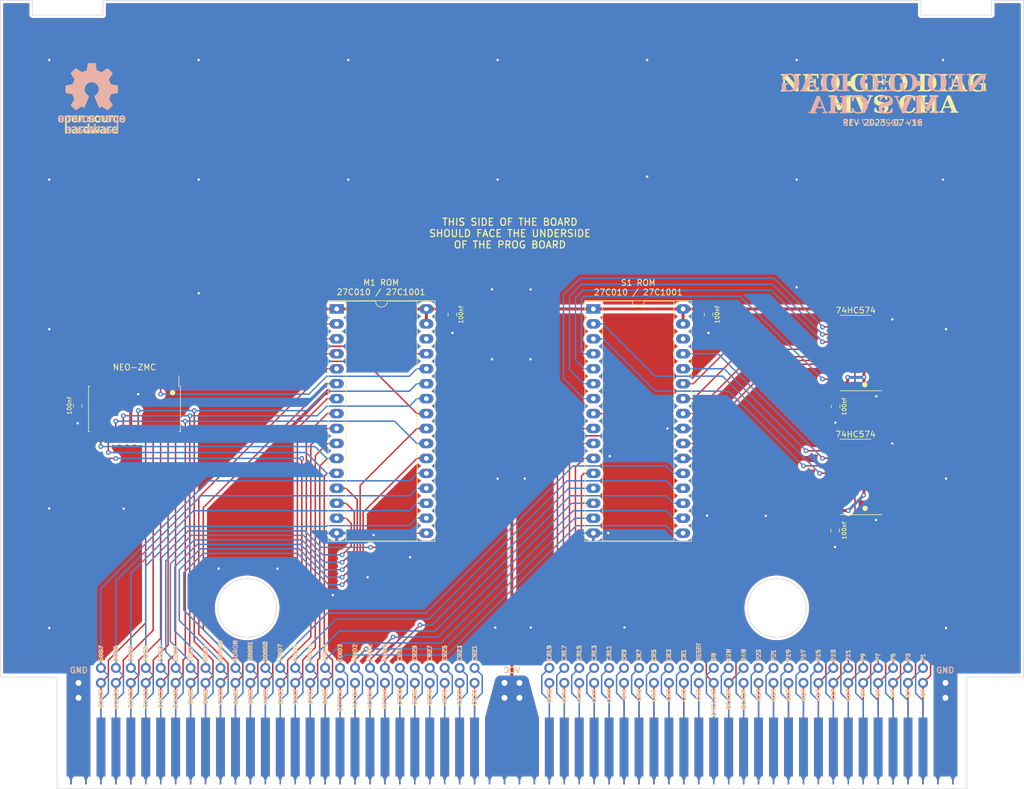
<source format=kicad_pcb>
(kicad_pcb (version 20221018) (generator pcbnew)
  (layers (0 "F.Cu" signal) (31 "B.Cu" signal) (34 "B.Paste" user) (35 "F.Paste" user) (36 "B.SilkS" user "B.Silkscreen") (37 "F.SilkS" user "F.Silkscreen") (38 "B.Mask" user) (39 "F.Mask" user) (44 "Edge.Cuts" user))
  (property "REV" "2023-07-16")
  (net 0 "")
  (net 1 "VCC")
  (net 2 "GND")
  (net 3 "P0")
  (net 4 "P2")
  (net 5 "P4")
  (net 6 "P6")
  (net 7 "P8")
  (net 8 "P10")
  (net 9 "P12")
  (net 10 "P14")
  (net 11 "P16")
  (net 12 "P18")
  (net 13 "P20")
  (net 14 "P22")
  (net 15 "PCK1B")
  (net 16 "PCK2B")
  (net 17 "SA16")
  (net 18 "CA4")
  (net 19 "CR0")
  (net 20 "CR2")
  (net 21 "CR4")
  (net 22 "CR6")
  (net 23 "CR8")
  (net 24 "CR10")
  (net 25 "CR12")
  (net 26 "CR14")
  (net 27 "CR16")
  (net 28 "CR18")
  (net 29 "CR20")
  (net 30 "CR22")
  (net 31 "CR24")
  (net 32 "CR26")
  (net 33 "CR28")
  (net 34 "CR30")
  (net 35 "NC39A")
  (net 36 "NC40A")
  (net 37 "NC41A")
  (net 38 "SLOTCS")
  (net 39 "SDA0")
  (net 40 "SDA1")
  (net 41 "SDA2")
  (net 42 "SDA3")
  (net 43 "SDA4")
  (net 44 "SDA5")
  (net 45 "SDA6")
  (net 46 "SDA7")
  (net 47 "SDA8")
  (net 48 "SDA9")
  (net 49 "SDA10")
  (net 50 "SDA11")
  (net 51 "SDA12")
  (net 52 "SDA13")
  (net 53 "SDA14")
  (net 54 "SDA15")
  (net 55 "P1")
  (net 56 "P3")
  (net 57 "P5")
  (net 58 "P7")
  (net 59 "P9")
  (net 60 "P11")
  (net 61 "P13")
  (net 62 "P15")
  (net 63 "P17")
  (net 64 "P19")
  (net 65 "P21")
  (net 66 "P23")
  (net 67 "24M")
  (net 68 "12M")
  (net 69 "8M")
  (net 70 "RESET")
  (net 71 "CR1")
  (net 72 "CR3")
  (net 73 "CR5")
  (net 74 "CR7")
  (net 75 "CR9")
  (net 76 "CR11")
  (net 77 "CR13")
  (net 78 "CR15")
  (net 79 "CR17")
  (net 80 "CR19")
  (net 81 "CR21")
  (net 82 "CR23")
  (net 83 "CR25")
  (net 84 "CR27")
  (net 85 "CR29")
  (net 86 "CR31")
  (net 87 "FIXD0")
  (net 88 "FIXD1")
  (net 89 "FIXD2")
  (net 90 "FIXD3")
  (net 91 "FIXD4")
  (net 92 "FIXD5")
  (net 93 "FIXD6")
  (net 94 "FIXD7")
  (net 95 "SDRD0")
  (net 96 "SRDR1")
  (net 97 "SDROM")
  (net 98 "SDMRD")
  (net 99 "SDD0")
  (net 100 "SDD1")
  (net 101 "SDD2")
  (net 102 "SDD3")
  (net 103 "SDD4")
  (net 104 "SDD5")
  (net 105 "SDD6")
  (net 106 "SDD7")
  (net 107 "M1_A11")
  (net 108 "M1_A12")
  (net 109 "M1_A13")
  (net 110 "M1_A14")
  (net 111 "M1_A15")
  (net 112 "M1_A16")
  (net 118 "SA15")
  (net 119 "SA12")
  (net 120 "SA7")
  (net 121 "SA6")
  (net 122 "SA5")
  (net 123 "SA4")
  (net 124 "SA3")
  (net 125 "SA2")
  (net 126 "SA1")
  (net 127 "SA0")
  (net 128 "SA10")
  (net 129 "SA11")
  (net 130 "SA9")
  (net 131 "SA8")
  (net 132 "SA13")
  (net 133 "SA14")
  (footprint "Package_DIP:DIP-32_W15.24mm_Socket_LongPads" (layer "F.Cu") (at 125.045993 77.851)
    (fp_text reference "U2" hide)
    (fp_text value "27C010 / 27C1001" hide)
  )
  (footprint "Symbol:OSHW-Logo_11.4x12mm_SilkScreen" (layer "F.Cu") (at 83.4 42.07)
    (fp_text reference "REF**" hide)
    (fp_text value "OSHW-Logo_11.4x12mm_SilkScreen" hide)
  )
  (footprint "Package_SO:SO-20_5.3x12.6mm_P1.27mm" (layer "F.Cu") (at 213.212493 106.4006 180)
    (fp_text reference "U5" hide)
    (fp_text value "74HC574")
  )
  (footprint "Package_DIP:DIP-32_W15.24mm_Socket_LongPads" (layer "F.Cu") (at 168.668993 77.851)
    (fp_text reference "U3" hide)
    (fp_text value "27C010 / 27C1001" hide)
  )
  (footprint "neogeo-diag:neogeo-mvs-a-side-edge" (layer "F.Cu") (at 156.100993 152.3)
    (fp_text reference "J1" hide)
    (fp_text value "neogeo-mvs-cha-a-side-edge" hide)
  )
  (footprint "neogeo-diag:neogeo-mvs-cha-edge-test-points" (layer "F.Cu") (at 229.760993 138.86 -90)
    (fp_text reference "J3" hide)
    (fp_text value "neogeo-mvs-cha-b-side-edge" hide)
  )
  (footprint "Capacitor_SMD:C_0805_2012Metric" (layer "F.Cu") (at 144.71 78.81 -90)
    (fp_text reference "C5" hide)
    (fp_text value "100nf")
  )
  (footprint "Capacitor_SMD:C_0805_2012Metric" (layer "F.Cu") (at 209.750993 115.49 -90)
    (fp_text reference "C1" hide)
    (fp_text value "100nf")
  )
  (footprint "Package_SO:SO-20_5.3x12.6mm_P1.27mm" (layer "F.Cu") (at 213.245993 85.344 180)
    (fp_text reference "U4" hide)
    (fp_text value "74HC574")
  )
  (footprint "Package_SO:SOIC-24W_7.5x15.4mm_P1.27mm" (layer "F.Cu") (at 90.678 94.848 -90)
    (fp_text reference "U1" hide)
    (fp_text value "NEO-ZMC")
  )
  (footprint "Capacitor_SMD:C_0805_2012Metric" (layer "F.Cu") (at 209.816993 94.43 -90)
    (fp_text reference "C2" hide)
    (fp_text value "100nf")
  )
  (footprint "neogeo-diag:neogeo-mvs-cha-edge-test-points" (layer "F.Cu") (at 229.760993 141.4 -90)
    (fp_text reference "J2" hide)
    (fp_text value "neogeo-mvs-cha-a-side-edge" hide)
  )
  (footprint "Capacitor_SMD:C_0805_2012Metric" (layer "F.Cu") (at 188.25 78.8 -90)
    (fp_text reference "C3" hide)
    (fp_text value "100nf")
  )
  (footprint "Capacitor_SMD:C_0805_2012Metric" (layer "F.Cu") (at 81.026 94.295 -90)
    (fp_text reference "C4" hide)
    (fp_text value "100nf")
  )
  (footprint "Symbol:OSHW-Logo_11.4x12mm_SilkScreen" (layer "B.Cu") (at 83.427434 42.07 180)
    (fp_text reference "REF**" hide)
    (fp_text value "OSHW-Logo_11.4x12mm_SilkScreen" hide)
  )
  (footprint "neogeo-diag:neogeo-mvs-b-side-edge" (layer "B.Cu") (at 153.560993 152.3 180)
    (fp_text reference "J4" hide)
    (fp_text value "neogeo-mvs-cha-b-side-edge" hide)
  )
  (gr_circle (center 223.9 39.54) (end 223.524973 39.54) (stroke (width 0.15)) (fill solid) (layer "B.SilkS"))
  (gr_circle (center 214.79 90.72) (end 215.165027 90.72) (stroke (width 0.15)) (fill solid) (layer "F.SilkS"))
  (gr_circle (center 97.155 92.075) (end 97.530027 92.075) (stroke (width 0.15)) (fill solid) (layer "F.SilkS"))
  (gr_circle (center 212.125027 39.56) (end 212.500054 39.56) (stroke (width 0.15)) (fill solid) (layer "F.SilkS"))
  (gr_circle (center 214.84 111.74) (end 215.215027 111.74) (stroke (width 0.15)) (fill solid) (layer "F.SilkS"))
  (gr_circle (center 199.830993 128.65) (end 204.830993 128.65) (stroke (width 0.1)) (fill none) (layer "Edge.Cuts"))
  (gr_line (start 241.78 140.4) (end 241.78 25.4) (stroke (width 0.1)) (layer "Edge.Cuts"))
  (gr_line (start 77.530993 140.4) (end 67.88 140.4) (stroke (width 0.1)) (layer "Edge.Cuts"))
  (gr_line (start 77.530993 159.4) (end 232.130993 159.4) (stroke (width 0.1)) (layer "Edge.Cuts"))
  (gr_line (start 77.530993 159.4) (end 77.530993 140.4) (stroke (width 0.1)) (layer "Edge.Cuts"))
  (gr_line (start 236.330993 25.4) (end 236.330993 27.9) (stroke (width 0.1)) (layer "Edge.Cuts"))
  (gr_line (start 73.330993 25.4) (end 73.330993 27.9) (stroke (width 0.1)) (layer "Edge.Cuts"))
  (gr_line (start 232.130993 140.4) (end 241.78 140.4) (stroke (width 0.1)) (layer "Edge.Cuts"))
  (gr_line (start 85.330993 27.9) (end 85.330993 25.4) (stroke (width 0.1)) (layer "Edge.Cuts"))
  (gr_circle (center 109.830993 128.65) (end 114.830993 128.65) (stroke (width 0.1)) (fill none) (layer "Edge.Cuts"))
  (gr_line (start 224.330993 27.9) (end 224.330993 25.4) (stroke (width 0.1)) (layer "Edge.Cuts"))
  (gr_line (start 236.330993 27.9) (end 224.330993 27.9) (stroke (width 0.1)) (layer "Edge.Cuts"))
  (gr_line (start 85.330993 25.4) (end 224.330993 25.4) (stroke (width 0.1)) (layer "Edge.Cuts"))
  (gr_line (start 241.78 25.4) (end 236.330993 25.4) (stroke (width 0.1)) (layer "Edge.Cuts"))
  (gr_line (start 73.330993 27.9) (end 85.330993 27.9) (stroke (width 0.1)) (layer "Edge.Cuts"))
  (gr_line (start 67.88 140.4) (end 67.88 25.4) (stroke (width 0.1)) (layer "Edge.Cuts"))
  (gr_line (start 232.130993 159.4) (end 232.130993 140.4) (stroke (width 0.1)) (layer "Edge.Cuts"))
  (gr_line (start 67.88 25.4) (end 73.330993 25.4) (stroke (width 0.1)) (layer "Edge.Cuts"))
  (gr_text "SDA12" (at 92.6092 145.762143 90) (layer "B.SilkS") (effects (font (size 0.7 0.7) (thickness 0.12)) (justify right mirror)))
  (gr_text "P2" (at 222.17 143.828809 90) (layer "B.SilkS") (effects (font (size 0.7 0.7) (thickness 0.12)) (justify right mirror)))
  (gr_text "CR21" (at 148.5 135.07 90) (layer "B.SilkS") (effects (font (size 0.7 0.7) (thickness 0.12)) (justify left mirror)))
  (gr_text "CR18" (at 161.19 144.8 90) (layer "B.SilkS") (effects (font (size 0.6 0.6) (thickness 0.11)) (justify right mirror)))
  (gr_text "SDA1" (at 120.5492 145.095476 90) (layer "B.SilkS") (effects (font (size 0.7 0.7) (thickness 0.12)) (justify right mirror)))
  (gr_text "SDROM" (at 107.84 134.203334 90) (layer "B.SilkS") (effects (font (size 0.7 0.7) (thickness 0.12)) (justify left mirror)))
  (gr_text "SDA5" (at 110.44 145.095476 90) (layer "B.SilkS") (effects (font (size 0.7 0.7) (thickness 0.12)) (justify right mirror)))
  (gr_text "PCK2B" (at 191.67 145.928809 90) (layer "B.SilkS") (effects (font (size 0.7 0.7) (thickness 0.12)) (justify right mirror)))
  (gr_text "CR8" (at 173.94 144.228571 90) (layer "B.SilkS") (effects (font (size 0.6 0.6) (thickness 0.11)) (justify right mirror)))
  (gr_text "NC39A" (at 133.2492 145.828809 90) (layer "B.SilkS") (effects (font (size 0.7 0.7) (thickness 0.12)) (justify right mirror)))
  (gr_text "P5" (at 219.62 136.436667 90) (layer "B.SilkS") (effects (font (size 0.7 0.7) (thickness 0.12)) (justify left mirror)))
  (gr_text "SDA2" (at 118.06 145.095476 90) (layer "B.SilkS") (effects (font (size 0.7 0.7) (thickness 0.12)) (justify right mirror)))
  (gr_text "SDA10" (at 97.6892 145.762143 90) (layer "B.SilkS") (effects (font (size 0.7 0.7) (thickness 0.12)) (justify right mirror)))
  (gr_text "SDA6" (at 107.9 145.095476 90) (layer "B.SilkS") (effects (font (size 0.7 0.7) (thickness 0.12)) (justify right mirror)))
  (gr_text "REV ${REV}" (at 217.84 46.23) (layer "B.SilkS") (effects (font (size 1 1)) (justify mirror)))
  (gr_text "MVS CHA" (at 227.48 45.09) (layer "B.SilkS") (effects (font (size 2.9 2.9) (thickness 0.58) bold) (justify left bottom mirror)))
  (gr_text "CR4" (at 178.97 144.528809 90) (layer "B.SilkS") (effects (font (size 0.7 0.7) (thickness 0.12)) (justify right mirror)))
  (gr_text "P11" (at 211.98 135.77 90) (layer "B.SilkS") (effects (font (size 0.7 0.7) (thickness 0.12)) (justify left mirror)))
  (gr_text "SDA13" (at 90.0692 145.762143 90) (layer "B.SilkS") (effects (font (size 0.7 0.7) (thickness 0.12)) (justify right mirror)))
  (gr_text "NC41A" (at 128.1692 145.828809 90) (layer "B.SilkS") (effects (font (size 0.7 0.7) (thickness 0.12)) (justify right mirror)))
  (gr_text "P16" (at 204.37 144.495476 90) (layer "B.SilkS") (effects (font (size 0.7 0.7) (thickness 0.12)) (justify right mirror)))
  (gr_text "CR26" (at 140.8692 145.195476 90) (layer "B.SilkS") (effects (font (size 0.7 0.7) (thickness 0.12)) (justify right mirror)))
  (gr_text "P18" (at 201.83 144.495476 90) (layer "B.SilkS") (effects (font (size 0.7 0.7) (thickness 0.12)) (justify right mirror)))
  (gr_text "P21" (at 199.28 135.77 90) (layer "B.SilkS") (effects (font (size 0.7 0.7) (thickness 0.12)) (justify left mirror)))
  (gr_text "SDA7" (at 105.36 145.095476 90) (layer "B.SilkS") (effects (font (size 0.7 0.7) (thickness 0.12)) (justify right mirror)))
  (gr_text "CR1" (at 184.04 135.736667 90) (layer "B.SilkS") (effects (font (size 0.7 0.7) (thickness 0.12)) (justify left mirror)))
  (gr_text "P7" (at 217.08 136.436667 90) (layer "B.SilkS") (effects (font (size 0.7 0.7) (thickness 0.12)) (justify left mirror)))
  (gr_text "SDA4" (at 112.98 145.095476 90) (layer "B.SilkS") (effects (font (size 0.7 0.7) (thickness 0.12)) (justify right mirror)))
  (gr_text "CR11" (at 171.34 135.07 90) (layer "B.SilkS") (effects (font (size 0.7 0.7) (thickness 0.12)) (justify left mirror)))
  (gr_text "CA4" (at 186.59 144.428809 90) (layer "B.SilkS") (effects (font (size 0.7 0.7) (thickness 0.12)) (justify right mirror)))
  (gr_text "CR19" (at 161.18 135.07 90) (layer "B.SilkS") (effects (font (size 0.7 0.7) (thickness 0.12)) (justify left mirror)))
  (gr_text "CR14" (at 166.27 144.8 90) (layer "B.SilkS") (effects (font (size 0.6 0.6) (thickness 0.11)) (justify right mirror)))
  (gr_text "NEO GEO DIAG\n" (at 218.01 41.35) (layer "B.SilkS") (effects (font (size 2.9 2.9) (thickness 0.556) bold) (justify bottom mirror)))
  (gr_text "GND" (at 228.44 139.25) (layer "B.SilkS") (effects (font (size 1 1)) (justify mirror)))
  (gr_text "FIXD7" (at 115.46 134.836667 90) (layer "B.SilkS") (effects (font (size 0.7 0.7) (thickness 0.12)) (justify left mirror)))
  (gr_text "RESET" (at 186.58 134.636668 90) (layer "B.SilkS") (effects (font (size 0.7 0.7) (thickness 0.12)) (justify left mirror)))
  (gr_text "P3" (at 222.16 136.436667 90) (layer "B.SilkS") (effects (font (size 0.7 0.7) (thickness 0.12)) (justify left mirror)))
  (gr_text "P9" (at 214.52 136.436667 90) (layer "B.SilkS") (effects (font (size 0.7 0.7) (thickness 0.12)) (justify left mirror)))
  (gr_text "SDD1" (at 100.22 135.07 90) (layer "B.SilkS") (effects (font (size 0.7 0.7) (thickness 0.12)) (justify left mirror)))
  (gr_text "FIXD6" (at 118 134.836667 90) (layer "B.SilkS") (effects (font (size 0.7 0.7) (thickness 0.12)) (justify left mirror)))
  (gr_text "CR6" (at 176.43 144.528809 90) (layer "B.SilkS") (effects (font (size 0.7 0.7) (thickness 0.12)) (justify right mirror)))
  (gr_text "P10" (at 211.99 144.495476 90) (layer "B.SilkS") (effects (font (size 0.7 0.7) (thickness 0.12)) (justify right mirror)))
  (gr_text "FIXD0" (at 133.24 134.836667 90) (layer "B.SilkS") (effects (font (size 0.7 0.7) (thickness 0.12)) (justify left mirror)))
  (gr_text "SDA15" (at 84.9892 145.762143 90) (layer "B.SilkS") (effects (font (size 0.7 0.7) (thickness 0.12)) (justify right mirror)))
  (gr_text "24M" (at 194.2 135.67 90) (layer "B.SilkS") (effects (font (size 0.7 0.7) (thickness 0.12)) (justify left mirror)))
  (gr_text "P22" (at 196.75 144.495476 90) (layer "B.SilkS") (effects (font (size 0.7 0.7) (thickness 0.12)) (justify right mirror)))
  (gr_text "SDA11" (at 95.1492 145.762143 90) (layer "B.SilkS") (effects (font (size 0.7 0.7) (thickness 0.12)) (justify right mirror)))
  (gr_text "SDRD0" (at 112.92 134.37 90) (layer "B.SilkS") (effects (font (size 0.7 0.7) (thickness 0.12)) (justify left mirror)))
  (gr_text "P13" (at 209.44 135.77 90) (layer "B.SilkS") (effects (font (size 0.7 0.7) (thickness 0.12)) (justify left mirror)))
  (gr_text "CR17" (at 163.72 135.07 90) (layer "B.SilkS") (effects (font (size 0.7 0.7) (thickness 0.12)) (justify left mirror)))
  (gr_text "CR5" (at 178.96 135.736667 90) (layer "B.SilkS") (effects (font (size 0.7 0.7) (thickness 0.12)) (justify left mirror)))
  (gr_text "FIXD1" (at 130.7 134.836667 90) (layer "B.SilkS") (effects (font (size 0.7 0.7) (thickness 0.12)) (justify left mirror)))
  (gr_text "CR7" (at 176.42 135.736667 90) (layer "B.SilkS") (effects (font (size 0.7 0.7) (thickness 0.12)) (justify left mirror)))
  (gr_text "FIXD2" (at 128.16 134.836667 90) (layer "B.SilkS") (effects (font (size 0.7 0.7) (thickness 0.12)) (justify left mirror)))
  (gr_text "P0" (at 224.71 143.828809 90) (layer "B.SilkS") (effects (font (size 0.7 0.7) (thickness 0.12)) (justify right mirror)))
  (gr_text "CR20" (at 148.5 145.195476 90) (layer "B.SilkS") (effects (font (size 0.7 0.7) (thickness 0.12)) (justify right mirror)))
  (gr_text "CR16" (at 163.73 144.8 90) (layer "B.SilkS") (effects (font (size 0.6 0.6) (thickness 0.11)) (justify right mirror)))
  (gr_text "CR3" (at 181.5 135.736667 90) (layer "B.SilkS") (effects (font (size 0.7 0.7) (thickness 0.12)) (justify left mirror)))
  (gr_text "SDA0" (at 123.0892 145.095476 90) (layer "B.SilkS") (effects (font (size 0.7 0.7) (thickness 0.12)) (justify right mirror)))
  (gr_text "CR12" (at 168.81 144.8 90) (layer "B.SilkS") (effects (font (size 0.6 0.6) (thickness 0.11)) (justify right mirror)))
  (gr_text "CR0" (at 184.05 144.528809 90) (layer "B.SilkS") (effects (font (size 0.7 0.7) (thickness 0.12)) (justify right mirror)))
  (gr_text "FIXD3" (at 125.62 134.836667 90) (layer "B.SilkS") (effects (font (size 0.7 0.7) (thickness 0.12)) (justify left mirror)))
  (gr_text "SDD5" (at 90.06 135.07 90) (layer "B.SilkS") (effects (font (size 0.7 0.7) (thickness 0.12)) (justify left mirror)))
  (gr_text "CR29" (at 138.32 135.07 90) (layer "B.SilkS") (effects (font (size 0.7 0.7) (thickness 0.12)) (justify left mirror)))
  (gr_text "SDD2" (at 97.68 135.07 90) (layer "B.SilkS") (effects (font (size 0.7 0.7) (thickness 0.12)) (justify left mirror)))
  (gr_text "SDA14" (at 87.58 145.762143 90) (layer "B.SilkS") (effects (font (size 0.7 0.7) (thickness 0.12)) (justify right mirror)))
  (gr_text "P4" (at 219.61 143.828809 90) (layer "B.SilkS") (effects (font (size 0.7 0.7) (thickness 0.12)) (justify right mirror)))
  (gr_text "P23" (at 196.74 135.77 90) (layer "B.SilkS") (effects (font (size 0.7 0.7) (thickness 0.12)) (justify left mirror)))
  (gr_text "CR2" (at 181.51 144.528809 90) (layer "B.SilkS") (effects (font (size 0.7 0.7) (thickness 0.12)) (justify right mirror)))
  (gr_text "SDA3" (at 115.52 145.095476 90) (layer "B.SilkS") (effects (font (size 0.7 0.7) (thickness 0.12)) (justify right mirror)))
  (gr_text "P1" (at 224.7 136.436667 90) (layer "B.SilkS") (effects (font (size 0.7 0.7) (thickness 0.12)) (justify left mirror)))
  (gr_text "CR9" (at 173.88 135.736667 90) (layer "B.SilkS") (effects (font (size 0.7 0.7) (thickness 0.12)) (justify left mirror)))
  (gr_text "FIXD5" (at 120.54 134.836667 90) (layer "B.SilkS") (effects (font (size 0.7 0.7) (thickness 0.12)) (justify left mirror)))
  (gr_text "SLOTCS" (at 125.6292 146.328809 90) (layer "B.SilkS") (effects (font (size 0.7 0.7) (thickness 0.12)) (justify right mirror)))
  (gr_text "P6" (at 217.07 143.828809 90) (layer "B.SilkS") (effects (font (size 0.7 0.7) (thickness 0.12)) (justify right mirror)))
  (gr_text "CR31" (at 135.78 135.07 90) (layer "B.SilkS") (effects (font (size 0.7 0.7) (thickness 0.12)) (justify left mirror)))
  (gr_text "12M" (at 191.66 135.67 90) (layer "B.SilkS") (effects (font (size 0.7 0.7) (thickness 0.12)) (justify left mirror)))
  (gr_text "CR13" (at 168.8 135.07 90) (layer "B.SilkS") (effects (font (size 0.7 0.7) (thickness 0.12)) (justify left mirror)))
  (gr_text "P12" (at 209.45 144.495476 90) (layer "B.SilkS") (effects (font (size 0.7 0.7) (thickness 0.12)) (justify right mirror)))
  (gr_text "SDD0" (at 102.76 135.07 90) (layer "B.SilkS") (effects (font (size 0.7 0.7) (thickness 0.12) bold) (justify left mirror)))
  (gr_text "8M" (at 189.12 136.336667 90) (layer "B.SilkS") (effects (font (size 0.7 0.7) (thickness 0.12)) (justify left mirror)))
  (gr_text "VCC" (at 154.85 139.23) (layer "B.SilkS") (effects (font (size 1 1)) (justify mirror)))
  (gr_text "FIXD4" (at 123.08 134.836667 90) (layer "B.SilkS") (effects (font (size 0.7 0.7) (thickness 0.12)) (justify left mirror)))
  (gr_text "CR27" (at 140.86 135.07 90) (layer "B.SilkS") (effects (font (size 0.7 0.7) (thickness 0.12)) (justify left mirror)))
  (gr_text "NC40A" (at 130.7092 145.828809 90) (layer "B.SilkS") (effects (font (size 0.7 0.7) (thickness 0.12)) (justify right mirror)))
  (gr_text "CR24" (at 143.42 145.195476 90) (layer "B.SilkS") (effects (font (size 0.7 0.7) (thickness 0.12)) (justify right mirror)))
  (gr_text "CR22" (at 145.96 145.195476 90) (layer "B.SilkS") (effects (font (size 0.7 0.7) (thickness 0.12)) (justify right mirror)))
  (gr_text "CR15" (at 166.26 135.07 90) (layer "B.SilkS") (effects (font (size 0.7 0.7) (thickness 0.12)) (justify left mirror)))
  (gr_text "CR23" (at 145.96 135.07 90) (layer "B.SilkS") (effects (font (size 0.7 0.7) (thickness 0.12)) (justify left mirror)))
  (gr_text "SDD4" (at 92.6 135.07 90) (layer "B.SilkS") (effects (font (size 0.7 0.7) (thickness 0.12)) (justify left mirror)))
  (gr_text "PCK1B" (at 194.21 145.928809 90) (layer "B.SilkS") (effects (font (size 0.7 0.7) (thickness 0.12)) (justify right mirror)))
  (gr_text "SDA9" (at 100.2292 145.095476 90) (layer "B.SilkS") (effects (font (size 0.7 0.7) (thickness 0.12)) (justify right mirror)))
  (gr_text "SA3|2H1" (at 189.13 147.12881 90) (layer "B.SilkS") (effects (font (size 0.7 0.7) (thickness 0.12)) (justify right mirror)))
  (gr_text "CR25" (at 143.4 135.07 90) (layer "B.SilkS") (effects (font (size 0.7 0.7) (thickness 0.12)) (justify left mirror)))
  (gr_text "P17" (at 204.36 135.77 90) (layer "B.SilkS") (effects (font (size 0.7 0.7) (thickness 0.12)) (justify left mirror)))
  (gr_text "CR28" (at 138.3292 145.195476 90) (layer "B.SilkS") (effects (font (size 0.7 0.7) (thickness 0.12)) (justify right mirror)))
  (gr_text "SDD6" (at 87.52 135.07 90) (layer "B.SilkS") (effects (font (size 0.7 0.7) (thickness 0.12)) (justify left mirror)))
  (gr_text "P19" (at 201.82 135.77 90) (layer "B.SilkS") (effects (font (size 0.7 0.7) (thickness 0.12)) (justify left mirror)))
  (gr_text "SDMRD" (at 105.3 134.23 90) (layer "B.SilkS") (effects (font (size 0.7 0.7) (thickness 0.12) bold) (justify left mirror)))
  (gr_text "CR30" (at 135.7892 145.195476 90) (layer "B.SilkS") (effects (font (size 0.7 0.7) (thickness 0.12)) (justify right mirror)))
  (gr_text "GND" (at 81.2 139.25) (layer "B.SilkS") (effects (font (size 1 1)) (justify mirror)))
  (gr_text "SDD3" (at 95.14 135.07 90) (layer "B.SilkS") (effects (font (size 0.7 0.7) (thickness 0.12)) (justify left mirror)))
  (gr_text "CR10" (at 171.35 144.8 90) (layer "B.SilkS") (effects (font (size 0.6 0.6) (thickness 0.11)) (justify right mirror)))
  (gr_text "SDA8" (at 102.7692 145.095476 90) (layer "B.SilkS") (effects (font (size 0.7 0.7) (thickness 0.12)) (justify right mirror)))
  (gr_text "P15" (at 206.9 135.77 90) (layer "B.SilkS") (effects (font (size 0.7 0.7) (thickness 0.12)) (justify left mirror)))
  (gr_text "P14" (at 206.91 144.495476 90) (layer "B.SilkS") (effects (font (size 0.7 0.7) (thickness 0.12)) (justify right mirror)))
  (gr_text "SRDR1" (at 110.38 134.37 90) (layer "B.SilkS") (effects (font (size 0.7 0.7) (thickness 0.12)) (justify left mirror)))
  (gr_text "P8" (at 214.53 143.828809 90) (layer "B.SilkS") (effects (font (size 0.7 0.7) (thickness 0.12)) (justify right mirror)))
  (gr_text "SDD7" (at 84.98 135.07 90) (layer "B.SilkS") (effects (font (size 0.7 0.7) (thickness 0.12)) (justify left mirror)))
  (gr_text "P20" (at 199.29 144.495476 90) (layer "B.SilkS") (effects (font (size 0.7 0.7) (thickness 0.12)) (justify right mirror)))
  (gr_text "SDA12" (at 92.6092 142.49 90) (layer "F.SilkS") (effects (font (size 0.7 0.7) (thickness 0.12)) (justify right)))
  (gr_text "CR29" (at 138.32 137.8 90) (layer "F.SilkS") (effects (font (size 0.7 0.7) (thickness 0.12)) (justify left)))
  (gr_text "CR22" (at 145.96 142.49 90) (layer "F.SilkS") (effects (font (size 0.7 0.7) (thickness 0.12)) (justify right)))
  (gr_text "SRDR1" (at 110.38 137.8 90) (layer "F.SilkS") (effects (font (size 0.7 0.7) (thickness 0.12)) (justify left)))
  (gr_text "SDA1" (at 120.5492 142.49 90) (layer "F.SilkS") (effects (font (size 0.7 0.7) (thickness 0.12)) (justify right)))
  (gr_text "RESET" (at 186.58 137.8 90) (layer "F.SilkS") (effects (font (size 0.7 0.7) (thickness 0.12)) (justify left)))
  (gr_text "SDA5" (at 110.44 142.49 90) (layer "F.SilkS") (effects (font (size 0.7 0.7) (thickness 0.12)) (justify right)))
  (gr_text "CR27" (at 140.86 137.8 90) (layer "F.SilkS") (effects (font (size 0.7 0.7) (thickness 0.12)) (justify left)))
  (gr_text "P22" (at 196.75 142.46 90) (layer "F.SilkS") (effects (font (size 0.7 0.7) (thickness 0.12)) (justify right)))
  (gr_text "CR31" (at 135.78 137.8 90) (layer "F.SilkS") (effects (font (size 0.7 0.7) (thickness 0.12)) (justify left)))
  (gr_text "CR28" (at 138.3292 142.49 90) (layer "F.SilkS") (effects (font (size 0.7 0.7) (thickness 0.12)) (justify right)))
  (gr_text "VCC" (at 154.85 139.25) (layer "F.SilkS") (effects (font (size 1 1))))
  (gr_text "FIXD1" (at 130.7 137.8 90) (layer "F.SilkS") (effects (font (size 0.7 0.7) (thickness 0.12)) (justify left)))
  (gr_text "PCK2B" (at 191.67 142.46 90) (layer "F.SilkS") (effects (font (size 0.7 0.7) (thickness 0.12)) (justify right)))
  (gr_text "REV ${REV}" (at 217.83 46.19) (layer "F.SilkS") (effects (font (size 1 1))))
  (gr_text "SDD6" (at 87.52 137.8 90) (layer "F.SilkS") (effects (font (size 0.7 0.7) (thickness 0.12)) (justify left)))
  (gr_text "SDD2" (at 97.68 137.8 90) (layer "F.SilkS") (effects (font (size 0.7 0.7) (thickness 0.12)) (justify left)))
  (gr_text "SLOTCS" (at 125.6292 142.49 90) (layer "F.SilkS") (effects (font (size 0.7 0.7) (thickness 0.12)) (justify right)))
  (gr_text "P20" (at 199.29 142.46 90) (layer "F.SilkS") (effects (font (size 0.7 0.7) (thickness 0.12)) (justify right)))
  (gr_text "SDROM" (at 107.84 137.8 90) (layer "F.SilkS") (effects (font (size 0.7 0.7) (thickness 0.12)) (justify left)))
  (gr_text "P8" (at 214.53 142.46 90) (layer "F.SilkS") (effects (font (size 0.7 0.7) (thickness 0.12)) (justify right)))
  (gr_text "P5" (at 219.62 137.8 90) (layer "F.SilkS") (effects (font (size 0.7 0.7) (thickness 0.12)) (justify left)))
  (gr_text "P1" (at 224.7 137.8 90) (layer "F.SilkS") (effects (font (size 0.7 0.7) (thickness 0.12)) (justify left)))
  (gr_text "CR30" (at 135.7892 142.49 90) (layer "F.SilkS") (effects (font (size 0.7 0.7) (thickness 0.12)) (justify right)))
  (gr_text "CR10" (at 171.35 142.46 90) (layer "F.SilkS") (effects (font (size 0.6 0.6) (thickness 0.11)) (justify right)))
  (gr_text "SA3|2H1" (at 189.13 142.46 90) (layer "F.SilkS") (effects (font (size 0.7 0.7) (thickness 0.12)) (justify right)))
  (gr_text "FIXD6" (at 118 137.8 90) (layer "F.SilkS") (effects (font (size 0.7 0.7) (thickness 0.12)) (justify left)))
  (gr_text "CR4" (at 178.97 142.46 90) (layer "F.SilkS") (effects (font (size 0.7 0.7) (thickness 0.12)) (justify right)))
  (gr_text "SDD7" (at 84.98 137.8 90) (layer "F.SilkS") (effects (font (size 0.7 0.7) (thickness 0.12)) (justify left)))
  (gr_text "SDA10" (at 97.6892 142.49 90) (layer "F.SilkS") (effects (font (size 0.7 0.7) (thickness 0.12)) (justify right)))
  (gr_text "P18" (at 201.83 142.46 90) (layer "F.SilkS") (effects (font (size 0.7 0.7) (thickness 0.12)) (justify right)))
  (gr_text "P23" (at 196.74 137.8 90) (layer "F.SilkS") (effects (font (size 0.7 0.7) (thickness 0.12)) (justify left)))
  (gr_text "P16" (at 204.37 142.46 90) (layer "F.SilkS") (effects (font (size 0.7 0.7) (thickness 0.12)) (justify right)))
  (gr_text "NC39A" (at 133.2492 142.49 90) (layer "F.SilkS") (effects (font (size 0.7 0.7) (thickness 0.12)) (justify right)))
  (gr_text "CR7" (at 176.42 137.8 90) (layer "F.SilkS") (effects (font (size 0.7 0.7) (thickness 0.12)) (justify left)))
  (gr_text "CR13" (at 168.8 137.8 90) (layer "F.SilkS") (effects (font (size 0.7 0.7) (thickness 0.12)) (justify left)))
  (gr_text "CR17" (at 163.72 137.8 90) (layer "F.SilkS") (effects (font (size 0.7 0.7) (thickness 0.12)) (justify left)))
  (gr_text "P10" (at 211.99 142.46 90) (layer "F.SilkS") (effects (font (size 0.7 0.7) (thickness 0.12)) (justify right)))
  (gr_text "P6" (at 217.07 142.46 90) (layer "F.SilkS") (effects (font (size 0.7 0.7) (thickness 0.12)) (justify right)))
  (gr_text "MVS CHA" (at 208.46 45) (layer "F.SilkS") (effects (font (size 2.9 2.9) (thickness 0.58) bold) (justify left bottom)))
  (gr_text "P21" (at 199.28 137.8 90) (layer "F.SilkS") (effects (font (size 0.7 0.7) (thickness 0.12)) (justify left)))
  (gr_text "CA4" (at 186.59 142.46 90) (layer "F.SilkS") (effects (font (size 0.7 0.7) (thickness 0.12)) (justify right)))
  (gr_text "CR23" (at 145.96 137.8 90) (layer "F.SilkS") (effects (font (size 0.7 0.7) (thickness 0.12)) (justify left)))
  (gr_text "CR19" (at 161.18 137.8 90) (layer "F.SilkS") (effects (font (size 0.7 0.7) (thickness 0.12)) (justify left)))
  (gr_text "P14" (at 206.91 142.46 90) (layer "F.SilkS") (effects (font (size 0.7 0.7) (thickness 0.12)) (justify right)))
  (gr_text "FIXD7" (at 115.46 137.8 90) (layer "F.SilkS") (effects (font (size 0.7 0.7) (thickness 0.12)) (justify left)))
  (gr_text "SDD3" (at 95.14 137.8 90) (layer "F.SilkS") (effects (font (size 0.7 0.7) (thickness 0.12)) (justify left)))
  (gr_text "SDD5" (at 90.06 137.8 90) (layer "F.SilkS") (effects (font (size 0.7 0.7) (thickness 0.12)) (justify left)))
  (gr_text "P17" (at 204.36 137.8 90) (layer "F.SilkS") (effects (font (size 0.7 0.7) (thickness 0.12)) (justify left)))
  (gr_text "CR3" (at 181.5 137.8 90) (layer "F.SilkS") (effects (font (size 0.7 0.7) (thickness 0.12)) (justify left)))
  (gr_text "CR12" (at 168.81 142.46 90) (layer "F.SilkS") (effects (font (size 0.6 0.6) (thickness 0.11)) (justify right)))
  (gr_text "PCK1B" (at 194.21 142.46 90) (layer "F.SilkS") (effects (font (size 0.7 0.7) (thickness 0.12)) (justify right)))
  (gr_text "THIS SIDE OF THE BOARD\nSHOULD FACE THE UNDERSIDE\nOF THE PROG BOARD" (at 154.48 67.65) (layer "F.SilkS") (effects (font (size 1.2 1.2) (thickness 0.2) bold) (justify bottom)))
  (gr_text "SDA11" (at 95.1492 142.49 90) (layer "F.SilkS") (effects (font (size 0.7 0.7) (thickness 0.12)) (justify right)))
  (gr_text "P12" (at 209.45 142.46 90) (layer "F.SilkS") (effects (font (size 0.7 0.7) (thickness 0.12)) (justify right)))
  (gr_text "CR11" (at 171.34 137.8 90) (layer "F.SilkS") (effects (font (size 0.7 0.7) (thickness 0.12)) (justify left)))
  (gr_text "CR6" (at 176.43 142.46 90) (layer "F.SilkS") (effects (font (size 0.7 0.7) (thickness 0.12)) (justify right)))
  (gr_text "SDA14" (at 87.58 142.49 90) (layer "F.SilkS") (effects (font (size 0.7 0.7) (thickness 0.12)) (justify right)))
  (gr_text "NEO GEO DIAG\n" (at 218.015027 41.37) (layer "F.SilkS") (effects (font (size 2.9 2.9) (thickness 0.556) bold) (justify bottom)))
  (gr_text "SDRD0" (at 112.92 137.8 90) (layer "F.SilkS") (effects (font (size 0.7 0.7) (thickness 0.12)) (justify left)))
  (gr_text "P2" (at 222.17 142.46 90) (layer "F.SilkS") (effects (font (size 0.7 0.7) (thickness 0.12)) (justify right)))
  (gr_text "P7" (at 217.08 137.8 90) (layer "F.SilkS") (effects (font (size 0.7 0.7) (thickness 0.12)) (justify left)))
  (gr_text "SDD0" (at 102.76 137.8 90) (layer "F.SilkS") (effects (font (size 0.7 0.7) (thickness 0.12) bold) (justify left)))
  (gr_text "SDA15" (at 84.9892 142.49 90) (layer "F.SilkS") (effects (font (size 0.7 0.7) (thickness 0.12)) (justify right)))
  (gr_text "CR14" (at 166.27 142.46 90) (layer "F.SilkS") (effects (font (size 0.6 0.6) (thickness 0.11)) (justify right)))
  (gr_text "M1 ROM\n27C010 / 27C1001" (at 132.59 75.57) (layer "F.SilkS") (effects (font (size 1 1)) (justify bottom)))
  (gr_text "FIXD0" (at 133.24 137.8 90) (layer "F.SilkS") (effects (font (size 0.7 0.7) (thickness 0.12)) (justify left)))
  (gr_text "8M" (at 189.12 137.8 90) (layer "F.SilkS") (effects (font (size 0.7 0.7) (thickness 0.12)) (justify left)))
  (gr_text "CR16" (at 163.73 142.46 90) (layer "F.SilkS") (effects (font (size 0.6 0.6) (thickness 0.11)) (justify right)))
  (gr_text "SDA13" (at 90.0692 142.49 90) (layer "F.SilkS") (effects (font (size 0.7 0.7) (thickness 0.12)) (justify right)))
  (gr_text "NC40A" (at 130.7092 142.49 90) (layer "F.SilkS") (effects (font (size 0.7 0.7) (thickness 0.12)) (justify right)))
  (gr_text "S1 ROM\n27C010 / 27C1001" (at 176.29 75.6) (layer "F.SilkS") (effects (font (size 1 1)) (justify bottom)))
  (gr_text "P19" (at 201.82 137.8 90) (layer "F.SilkS") (effects (font (size 0.7 0.7) (thickness 0.12)) (justify left)))
  (gr_text "24M" (at 194.2 137.8 90) (layer "F.SilkS") (effects (font (size 0.7 0.7) (thickness 0.12)) (justify left)))
  (gr_text "CR20" (at 148.5 142.49 90) (layer "F.SilkS") (effects (font (size 0.7 0.7) (thickness 0.12)) (justify right)))
  (gr_text "SDA9" (at 100.2292 142.49 90) (layer "F.SilkS") (effects (font (size 0.7 0.7) (thickness 0.12)) (justify right)))
  (gr_text "FIXD3" (at 125.62 137.8 90) (layer "F.SilkS") (effects (font (size 0.7 0.7) (thickness 0.12)) (justify left)))
  (gr_text "P13" (at 209.44 137.8 90) (layer "F.SilkS") (effects (font (size 0.7 0.7) (thickness 0.12)) (justify left)))
  (gr_text "CR1" (at 184.04 137.8 90) (layer "F.SilkS") (effects (font (size 0.7 0.7) (thickness 0.12)) (justify left)))
  (gr_text "FIXD5" (at 120.54 137.8 90) (layer "F.SilkS") (effects (font (size 0.7 0.7) (thickness 0.12)) (justify left)))
  (gr_text "P9" (at 214.52 137.8 90) (layer "F.SilkS") (effects (font (size 0.7 0.7) (thickness 0.12)) (justify left)))
  (gr_text "SDD4" (at 92.6 137.8 90) (layer "F.SilkS") (effects (font (size 0.7 0.7) (thickness 0.12)) (justify left)))
  (gr_text "CR5" (at 178.96 137.8 90) (layer "F.SilkS") (effects (font (size 0.7 0.7) (thickness 0.12)) (justify left)))
  (gr_text "P15" (at 206.9 137.8 90) (layer "F.SilkS") (effects (font (size 0.7 0.7) (thickness 0.12)) (justify left)))
  (gr_text "SDA8" (at 102.7692 142.49 90) (layer "F.SilkS") (effects (font (size 0.7 0.7) (thickness 0.12)) (justify right)))
  (gr_text "CR21" (at 148.5 137.8 90) (layer "F.SilkS") (effects (font (size 0.7 0.7) (thickness 0.12)) (justify left)))
  (gr_text "SDD1" (at 100.22 137.8 90) (layer "F.SilkS") (effects (font (size 0.7 0.7) (thickness 0.12)) (justify left)))
  (gr_text "P0" (at 224.71 142.46 90) (layer "F.SilkS") (effects (font (size 0.7 0.7) (thickness 0.12)) (justify right)))
  (gr_text "CR24" (at 143.42 142.49 90) (layer "F.SilkS") (effects (font (size 0.7 0.7) (thickness 0.12)) (justify right)))
  (gr_text "SDA4" (at 112.98 142.49 90) (layer "F.SilkS") (effects (font (size 0.7 0.7) (thickness 0.12)) (justify right)))
  (gr_text "CR8" (at 173.94 142.46 90) (layer "F.SilkS") (effects (font (size 0.6 0.6) (thickness 0.11)) (justify right)))
  (gr_text "SDA2" (at 118.06 142.49 90) (layer "F.SilkS") (effects (font (size 0.7 0.7) (thickness 0.12)) (justify right)))
  (gr_text "FIXD2" (at 128.16 137.8 90) (layer "F.SilkS") (effects (font (size 0.7 0.7) (thickness 0.12)) (justify left)))
  (gr_text "CR2" (at 181.51 142.46 90) (layer "F.SilkS") (effects (font (size 0.7 0.7) (thickness 0.12)) (justify right)))
  (gr_text "P3" (at 222.16 137.8 90) (layer "F.SilkS") (effects (font (size 0.7 0.7) (thickness 0.12)) (justify left)))
  (gr_text "SDA6" (at 107.9 142.49 90) (layer "F.SilkS") (effects (font (size 0.7 0.7) (thickness 0.12)) (justify right)))
  (gr_text "CR9" (at 173.88 137.8 90) (layer "F.SilkS") (effects (font (size 0.7 0.7) (thickness 0.12)) (justify left)))
  (gr_text "P11" (at 211.98 137.8 90) (layer "F.SilkS") (effects (font (size 0.7 0.7) (thickness 0.12)) (justify left)))
  (gr_text "GND" (at 81.22 139.25) (layer "F.SilkS") (effects (font (size 1 1))))
  (gr_text "CR25" (at 143.4 137.8 90) (layer "F.SilkS") (effects (font (size 0.7 0.7) (thickness 0.12)) (justify left)))
  (gr_text "GND" (at 228.45 139.25) (layer "F.SilkS") (effects (font (size 1 1))))
  (gr_text "CR26" (at 140.8692 142.49 90) (layer "F.SilkS") (effects (font (size 0.7 0.7) (thickness 0.12)) (justify right)))
  (gr_text "FIXD4" (at 123.08 137.8 90) (layer "F.SilkS") (effects (font (size 0.7 0.7) (thickness 0.12)) (justify left)))
  (gr_text "CR18" (at 161.19 142.46 90) (layer "F.SilkS") (effects (font (size 0.6 0.6) (thickness 0.11)) (justify right)))
  (gr_text "NC41A" (at 128.1692 142.49 90) (layer "F.SilkS") (effects (font (size 0.7 0.7) (thickness 0.12)) (justify right)))
  (gr_text "CR15" (at 166.26 137.8 90) (layer "F.SilkS") (effects (font (size 0.7 0.7) (thickness 0.12)) (justify left)))
  (gr_text "SDA0" (at 123.0892 142.49 90) (layer "F.SilkS") (effects (font (size 0.7 0.7) (thickness 0.12)) (justify right)))
  (gr_text "SDA3" (at 115.52 142.49 90) (layer "F.SilkS") (effects (font (size 0.7 0.7) (thickness 0.12)) (justify right)))
  (gr_text "SDA7" (at 105.36 142.49 90) (layer "F.SilkS") (effects (font (size 0.7 0.7) (thickness 0.12)) (justify right)))
  (gr_text "SDMRD" (at 105.3 137.8 90) (layer "F.SilkS") (effects (font (size 0.7 0.7) (thickness 0.12) bold) (justify left)))
  (gr_text "12M" (at 191.66 137.8 90) (layer "F.SilkS") (effects (font (size 0.7 0.7) (thickness 0.12)) (justify left)))
  (gr_text "P4" (at 219.61 142.46 90) (layer "F.SilkS") (effects (font (size 0.7 0.7) (thickness 0.12)) (justify right)))
  (gr_text "CR0" (at 184.05 142.46 90) (layer "F.SilkS") (effects (font (size 0.7 0.7) (thickness 0.12)) (justify right)))
  (segment (start 140.285993 77.851) (end 154.85 77.851) (width 0.5) (layer "F.Cu") (net 1))
  (segment (start 209.783493 91.059) (end 210.981 91.059) (width 0.5) (layer "F.Cu") (net 1))
  (segment (start 81.026 93.345) (end 88.646 93.345) (width 0.5) (layer "F.Cu") (net 1))
  (segment (start 211.975993 77.851) (end 183.908993 77.851) (width 0.5) (layer "F.Cu") (net 1))
  (segment (start 209.816993 93.48) (end 209.816993 91.0925) (width 0.5) (layer "F.Cu") (net 1))
  (segment (start 183.908993 77.851) (end 183.908993 80.391) (width 0.5) (layer "F.Cu") (net 1))
  (segment (start 154.81 77.891) (end 154.85 77.851) (width 0.5) (layer "F.Cu") (net 1))
  (segment (start 92.583 77.851) (end 81.026 89.408) (width 0.5) (layer "F.Cu") (net 1))
  (segment (start 209.749993 114.539) (end 209.750993 114.54) (width 0.5) (layer "F.Cu") (net 1))
  (segment (start 90.043 99.498) (end 90.043 94.723) (width 0.5) (layer "F.Cu") (net 1))
  (segment (start 81.026 89.408) (end 81.026 93.345) (width 0.5) (layer "F.Cu") (net 1))
  (segment (start 154.85 77.851) (end 168.668993 77.851) (width 0.5) (layer "F.Cu") (net 1))
  (segment (start 90.024 94.723) (end 89.2175 93.9165) (width 0.5) (layer "F.Cu") (net 1))
  (segment (start 211.98 112.13) (end 211.9656 112.1156) (width 0.5) (layer "F.Cu") (net 1))
  (segment (start 214.642993 80.518) (end 211.975993 77.851) (width 0.5) (layer "F.Cu") (net 1))
  (segment (start 125.045993 77.851) (end 92.583 77.851) (width 0.5) (layer "F.Cu") (net 1))
  (segment (start 88.646 93.345) (end 89.2175 93.9165) (width 0.5) (layer "F.Cu") (net 1))
  (segment (start 140.285993 77.851) (end 140.285993 80.391) (width 0.5) (layer "F.Cu") (net 1))
  (segment (start 140.285993 77.851) (end 125.045993 77.851) (width 0.5) (layer "F.Cu") (net 1))
  (segment (start 168.668993 77.851) (end 183.908993 77.851) (width 0.5) (layer "F.Cu") (net 1))
  (segment (start 154.81 141.37) (end 154.81 77.891) (width 0.5) (layer "F.Cu") (net 1))
  (segment (start 214.584 109.52) (end 214.642993 109.461007) (width 0.5) (layer "F.Cu") (net 1))
  (segment (start 214.642993 109.461007) (end 214.642993 80.518) (width 0.5) (layer "F.Cu") (net 1))
  (segment (start 209.816993 91.0925) (end 209.783493 91.059) (width 0.5) (layer "F.Cu") (net 1))
  (segment (start 210.981 91.059) (end 211.88 90.16) (width 0.5) (layer "F.Cu") (net 1))
  (segment (start 211.9656 112.1156) (end 209.749993 112.1156) (width 0.5) (layer "F.Cu") (net 1))
  (segment (start 90.043 94.723) (end 90.024 94.723) (width 0.5) (layer "F.Cu") (net 1))
  (segment (start 211.88 90.16) (end 211.88 89.48) (width 0.5) (layer "F.Cu") (net 1))
  (segment (start 209.749993 112.1156) (end 209.749993 114.539) (width 0.5) (layer "F.Cu") (net 1))
  (via (at 211.98 112.13) (size 0.8) (drill 0.4) (layers "F.Cu" "B.Cu") (net 1))
  (via (at 211.88 89.48) (size 0.8) (drill 0.4) (layers "F.Cu" "B.Cu") (net 1))
  (via (at 214.642993 89.45) (size 0.8) (drill 0.4) (layers "F.Cu" "B.Cu") (net 1))
  (via (at 214.584 109.52) (size 0.8) (drill 0.4) (layers "F.Cu" "B.Cu") (net 1))
  (segment (start 214.612993 89.48) (end 214.642993 89.45) (width 0.5) (layer "B.Cu") (net 1))
  (segment (start 211.98 112.124) (end 211.98 112.13) (width 0.5) (layer "B.Cu") (net 1))
  (segment (start 211.88 89.48) (end 214.612993 89.48) (width 0.5) (layer "B.Cu") (net 1))
  (segment (start 214.584 109.52) (end 211.98 112.124) (width 0.5) (layer "B.Cu") (net 1))
  (segment (start 171.009 115.951) (end 171.01 115.95) (width 0.5) (layer "F.Cu") (net 2))
  (segment (start 125.045993 115.951) (end 125.045993 118.032007) (width 0.5) (layer "F.Cu") (net 2))
  (segment (start 168.668993 115.951) (end 171.009 115.951) (width 0.5) (layer "F.Cu") (net 2))
  (segment (start 91.313 90.198) (end 91.313 92.329) (width 0.5) (layer "F.Cu") (net 2))
  (segment (start 216.674993 112.1156) (end 216.674993 113.714) (width 0.5) (layer "F.Cu") (net 2))
  (segment (start 183.908993 98.171) (end 181.2544 98.171) (width 0.5) (layer "F.Cu") (net 2))
  (segment (start 216.674993 113.714) (end 216.680993 113.72) (width 0.5) (layer "F.Cu") (net 2))
  (via (at 171.196 115.92) (size 0.8) (drill 0.4) (layers "F.Cu" "B.Cu") (net 2))
  (via (at 151.44 86.4) (size 0.8) (drill 0.4) (layers "F.Cu" "B.Cu") (net 2))
  (via (at 76.2 81.28) (size 0.8) (drill 0.4) (layers "F.Cu" "B.Cu") (net 2))
  (via (at 203.2 74.168) (size 0.8) (drill 0.4) (layers "F.Cu" "B.Cu") (net 2))
  (via (at 101.6 55.88) (size 0.8) (drill 0.4) (layers "F.Cu" "B.Cu") (net 2))
  (via (at 151.45 74.53) (size 0.8) (drill 0.4) (layers "F.Cu" "B.Cu") (net 2))
  (via (at 130.302 123.444) (size 0.8) (drill 0.4) (layers "F.Cu" "B.Cu") (net 2))
  (via (at 219.456 100.711) (size 0.8) (drill 0.4) (layers "F.Cu" "B.Cu") (net 2))
  (via (at 157.01 106.68) (size 0.8) (drill 0.4) (layers "F.Cu" "B.Cu") (net 2))
  (via (at 131.31 116.27) (size 0.8) (drill 0.4) (layers "F.Cu" "B.Cu") (net 2))
  (via (at 158.02 131.99) (size 0.8) (drill 0.4) (layers "F.Cu" "B.Cu") (net 2))
  (via (at 216.680993 113.72) (size 0.8) (drill 0.4) (layers "F.Cu" "B.Cu") (net 2))
  (via (at 81.026 97.282) (size 0.8) (drill 0.4) (layers "F.Cu" "B.Cu") (net 2))
  (via (at 187.98 112.98) (size 0.8) (drill 0.4) (layers "F.Cu" "B.Cu") (net 2))
  (via (at 76.2 132.08) (size 0.8) (drill 0.4) (layers "F.Cu" "B.Cu") (net 2))
  (via (at 177.8 35.56) (size 0.8) (drill 0.4) (layers "F.Cu" "B.Cu") (net 2))
  (via (at 188.24 81.92) (size 0.8) (drill 0.4) (layers "F.Cu" "B.Cu") (net 2))
  (via (at 152.4 35.56) (size 0.8) (drill 0.4) (layers "F.Cu" "B.Cu") (net 2))
  (via (at 203.2 55.88) (size 0.8) (drill 0.4) (layers "F.Cu" "B.Cu") (net 2))
  (via (at 228.6 81.28) (size 0.8) (drill 0.4) (layers "F.Cu" "B.Cu") (net 2))
  (via (at 91.313 92.329) (size 0.8) (drill 0.4) (layers "F.Cu" "B.Cu") (net 2))
  (via (at 152.4 55.88) (size 0.8) (drill 0.4) (layers "F.Cu" "B.Cu") (net 2))
  (via (at 76.2 35.56) (size 0.8) (drill 0.4) (layers "F.Cu" "B.Cu") (net 2))
  (via (at 171.45 102.87) (size 0.8) (drill 0.4) (layers "F.Cu" "B.Cu") (net 2))
  (via (at 88.8492 111.7854) (size 0.8) (drill 0.4) (layers "F.Cu" "B.Cu") (net 2))
  (via (at 228.6 132.08) (size 0.8) (drill 0.4) (layers "F.Cu" "B.Cu") (net 2))
  (via (at 181.2544 98.171) (size 0.8) (drill 0.4) (layers "F.Cu" "B.Cu") (net 2))
  (via (at 76.2 111.76) (size 0.8) (drill 0.4) (layers "F.Cu" "B.Cu") (net 2))
  (via (at 104.98 121.98) (size 0.8) (drill 0.4) (layers "F.Cu" "B.Cu") (net 2))
  (via (at 152.4 106.68) (size 0.8) (drill 0.4) (layers "F.Cu" "B.Cu") (net 2))
  (via (at 209.730993 118.31) (size 0.8) (drill 0.4) (layers "F.Cu" "B.Cu") (net 2))
  (via (at 228.092 35.56) (size 0.8) (drill 0.4) (layers "F.Cu" "B.Cu") (net 2))
  (via (at 216.750993 92.7) (size 0.8) (drill 0.4) (layers "F.Cu" "B.Cu") (net 2))
  (via (at 152 132.01) (size 0.8) (drill 0.4) (layers "F.Cu" "B.Cu") (net 2))
  (via (at 219.456 79.629) (size 0.8) (drill 0.4) (layers "F.Cu" "B.Cu") (net 2))
  (via (at 177.8 55.372) (size 0.8) (drill 0.4) (layers "F.Cu" "B.Cu") (net 2))
  (via (at 203.2 35.56) (size 0.8) (drill 0.4) (layers "F.Cu" "B.Cu") (net 2))
  (via (at 197.97 113.01) (size 0.8) (drill 0.4) (layers "F.Cu" "B.Cu") (net 2))
  (via (at 127 35.56) (size 0.8) (drill 0.4) (layers "F.Cu" "B.Cu") (net 2))
  (via (at 137.520993 120.04) (size 0.8) (drill 0.4) (layers "F.Cu" "B.Cu") (net 2))
  (via (at 114.98 122) (size 0.8) (drill 0.4) (layers "F.Cu" "B.Cu") (net 2))
  (via (at 76.2 55.88) (size 0.8) (drill 0.4) (layers "F.Cu" "B.Cu") (net 2))
  (via (at 228.6 106.68) (size 0.8) (drill 0.4) (layers "F.Cu" "B.Cu") (net 2))
  (via (at 173.96 131.98) (size 0.8) (drill 0.4) (layers "F.Cu" "B.Cu") (net 2))
  (via (at 101.6 35.56) (size 0.8) (drill 0.4) (layers "F.Cu" "B.Cu") (net 2))
  (via (at 158 74.53) (size 0.8) (drill 0.4) (layers "F.Cu" "B.Cu") (net 2))
  (via (at 157.97 86.4) (size 0.8) (drill 0.4) (layers "F.Cu" "B.Cu") (net 2))
  (via (at 144.71 81.92) (size 0.8) (drill 0.4) (layers "F.Cu" "B.Cu") (net 2))
  (via (at 228.092 55.88) (size 0.8) (drill 0.4) (layers "F.Cu" "B.Cu") (net 2))
  (via (at 124.370993 126.48) (size 0.8) (drill 0.4) (layers "F.Cu" "B.Cu") (net 2))
  (via (at 209.800993 97.16) (size 0.8) (drill 0.4) (layers "F.Cu" "B.Cu") (net 2))
  (via (at 127 55.88) (size 0.8) (drill 0.4) (layers "F.Cu" "B.Cu") (net 2))
  (via (at 101.6 75.184) (size 0.8) (drill 0.4) (layers "F.Cu" "B.Cu") (net 2))
  (segment (start 225.971393 140.1096) (end 224.680993 141.4) (width 0.25) (layer "F.Cu") (net 3))
  (segment (start 218.392393 80.899) (end 225.971393 88.478) (width 0.25) (layer "F.Cu") (net 3))
  (segment (start 225.971393 88.478) (end 225.971393 140.1096) (width 0.25) (layer "F.Cu") (net 3))
  (segment (start 216.995993 80.899) (end 218.392393 80.899) (width 0.25) (layer "F.Cu") (net 3))
  (segment (start 224.680993 141.4) (end 224.680993 152.3) (width 0.25) (layer "F.Cu") (net 3))
  (segment (start 224.955393 135.978607) (end 223.410993 137.523007) (width 0.25) (layer "F.Cu") (net 4))
  (segment (start 222.140993 141.4) (end 222.140993 152.3) (width 0.25) (layer "F.Cu") (net 4))
  (segment (start 223.410993 140.13) (end 222.140993 141.4) (width 0.25) (layer "F.Cu") (net 4))
  (segment (start 216.995993 83.439) (end 218.478393 83.439) (width 0.25) (layer "F.Cu") (net 4))
  (segment (start 223.410993 137.523007) (end 223.410993 140.13) (width 0.25) (layer "F.Cu") (net 4))
  (segment (start 224.955393 89.916) (end 224.955393 135.978607) (width 0.25) (layer "F.Cu") (net 4))
  (segment (start 218.478393 83.439) (end 224.955393 89.916) (width 0.25) (layer "F.Cu") (net 4))
  (segment (start 223.939393 91.536) (end 223.939393 134.454607) (width 0.25) (layer "F.Cu") (net 5))
  (segment (start 218.382393 85.979) (end 223.939393 91.536) (width 0.25) (layer "F.Cu") (net 5))
  (segment (start 220.860993 140.14) (end 219.600993 141.4) (width 0.25) (layer "F.Cu") (net 5))
  (segment (start 220.860993 137.533007) (end 220.860993 140.14) (width 0.25) (layer "F.Cu") (net 5))
  (segment (start 223.939393 134.454607) (end 220.860993 137.533007) (width 0.25) (layer "F.Cu") (net 5))
  (segment (start 216.995993 85.979) (end 218.382393 85.979) (width 0.25) (layer "F.Cu") (net 5))
  (segment (start 219.600993 141.4) (end 219.600993 152.3) (width 0.25) (layer "F.Cu") (net 5))
  (segment (start 218.330993 137.523007) (end 218.330993 140.13) (width 0.25) (layer "F.Cu") (net 6))
  (segment (start 217.060993 141.4) (end 217.060993 152.3) (width 0.25) (layer "F.Cu") (net 6))
  (segment (start 218.330993 140.13) (end 217.060993 141.4) (width 0.25) (layer "F.Cu") (net 6))
  (segment (start 222.923393 93.1164) (end 222.923393 132.930607) (width 0.25) (layer "F.Cu") (net 6))
  (segment (start 222.923393 132.930607) (end 218.330993 137.523007) (width 0.25) (layer "F.Cu") (net 6))
  (segment (start 216.995993 88.519) (end 218.325993 88.519) (width 0.25) (layer "F.Cu") (net 6))
  (segment (start 218.325993 88.519) (end 222.923393 93.1164) (width 0.25) (layer "F.Cu") (net 6))
  (segment (start 215.780993 140.14) (end 215.780993 137.533007) (width 0.25) (layer "F.Cu") (net 7))
  (segment (start 214.520993 141.4) (end 215.780993 140.14) (width 0.25) (layer "F.Cu") (net 7))
  (segment (start 214.520993 141.4) (end 214.520993 152.3) (width 0.25) (layer "F.Cu") (net 7))
  (segment (start 221.907393 105.663) (end 218.199993 101.9556) (width 0.25) (layer "F.Cu") (net 7))
  (segment (start 218.199993 101.9556) (end 216.962493 101.9556) (width 0.25) (layer "F.Cu") (net 7))
  (segment (start 221.907393 131.406607) (end 221.907393 105.663) (width 0.25) (layer "F.Cu") (net 7))
  (segment (start 215.780993 137.533007) (end 221.907393 131.406607) (width 0.25) (layer "F.Cu") (net 7))
  (segment (start 211.980993 141.4) (end 211.980993 152.3) (width 0.25) (layer "F.Cu") (net 8))
  (segment (start 213.240993 137.533007) (end 220.891393 129.882607) (width 0.25) (layer "F.Cu") (net 8))
  (segment (start 220.891393 107.061) (end 218.325993 104.4956) (width 0.25) (layer "F.Cu") (net 8))
  (segment (start 218.200993 104.4966) (end 218.199993 104.4956) (width 0.25) (layer "F.Cu") (net 8))
  (segment (start 211.980993 141.4) (end 213.240993 140.14) (width 0.25) (layer "F.Cu") (net 8))
  (segment (start 218.325993 104.4956) (end 218.199993 104.4956) (width 0.25) (layer "F.Cu") (net 8))
  (segment (start 220.891393 129.882607) (end 220.891393 107.061) (width 0.25) (layer "F.Cu") (net 8))
  (segment (start 218.199993 104.4956) (end 216.674993 104.4956) (width 0.25) (layer "F.Cu") (net 8))
  (segment (start 213.240993 140.14) (end 213.240993 137.533007) (width 0.25) (layer "F.Cu") (net 8))
  (segment (start 209.440993 141.4) (end 209.440993 152.3) (width 0.25) (layer "F.Cu") (net 9))
  (segment (start 219.875393 128.358607) (end 219.875393 108.585) (width 0.25) (layer "F.Cu") (net 9))
  (segment (start 219.875393 108.585) (end 218.325993 107.0356) (width 0.25) (layer "F.Cu") (net 9))
  (segment (start 210.720993 140.12) (end 210.720993 137.513007) (width 0.25) (layer "F.Cu") (net 9))
  (segment (start 218.325993 107.0356) (end 216.962493 107.0356) (width 0.25) (layer "F.Cu") (net 9))
  (segment (start 209.440993 141.4) (end 210.720993 140.12) (width 0.25) (layer "F.Cu") (net 9))
  (segment (start 210.720993 137.513007) (end 219.875393 128.358607) (width 0.25) (layer "F.Cu") (net 9))
  (segment (start 218.859393 110.245) (end 218.859393 120.396) (width 0.25) (layer "F.Cu") (net 10))
  (segment (start 218.189993 109.5756) (end 218.859393 110.245) (width 0.25) (layer "F.Cu") (net 10))
  (segment (start 218.859393 120.396) (end 218.859393 126.898107) (width 0.25) (layer "F.Cu") (net 10))
  (segment (start 218.859393 126.898107) (end 218.47175 127.28575) (width 0.25) (layer "F.Cu") (net 10))
  (segment (start 218.47175 127.28575) (end 208.170993 137.586507) (width 0.25) (layer "F.Cu") (net 10))
  (segment (start 206.900993 141.4) (end 206.900993 152.3) (width 0.25) (layer "F.Cu") (net 10))
  (segment (start 208.170993 137.586507) (end 208.170993 140.13) (width 0.25) (layer "F.Cu") (net 10))
  (segment (start 208.170993 140.13) (end 206.900993 141.4) (width 0.25) (layer "F.Cu") (net 10))
  (segment (start 216.962493 109.5756) (end 218.189993 109.5756) (width 0.25) (layer "F.Cu") (net 10))
  (segment (start 204.360993 141.4) (end 204.360993 152.3) (width 0.25) (layer "F.Cu") (net 11))
  (segment (start 201.820993 141.4) (end 201.820993 152.3) (width 0.25) (layer "F.Cu") (net 12))
  (segment (start 199.280993 141.4) (end 199.280993 152.3) (width 0.25) (layer "F.Cu") (net 13))
  (segment (start 196.740993 141.4) (end 196.740993 152.3) (width 0.25) (layer "F.Cu") (net 14))
  (segment (start 194.200993 141.4) (end 194.200993 152.3) (width 0.25) (layer "F.Cu") (net 15))
  (segment (start 213.017393 100.6856) (end 213.118993 100.584) (width 0.25) (layer "F.Cu") (net 16))
  (segment (start 210.960993 79.63) (end 213.118993 81.788) (width 0.25) (layer "F.Cu") (net 16))
  (segment (start 213.118993 130.035007) (end 213.118993 99.71) (width 0.25) (layer "F.Cu") (net 16))
  (segment (start 209.749993 100.6856) (end 213.017393 100.6856) (width 0.25) (layer "F.Cu") (net 16))
  (segment (start 205.994 137.16) (end 213.118993 130.035007) (width 0.25) (layer "F.Cu") (net 16))
  (segment (start 213.118993 99.71) (end 213.118993 100.584) (width 0.25) (layer "F.Cu") (net 16))
  (segment (start 191.660993 141.4) (end 192.900993 140.16) (width 0.25) (layer "F.Cu") (net 16))
  (segment (start 193.560993 137.16) (end 205.994 137.16) (width 0.25) (layer "F.Cu") (net 16))
  (segment (start 192.900993 140.16) (end 192.900993 137.82) (width 0.25) (layer "F.Cu") (net 16))
  (segment (start 209.784493 79.63) (end 210.960993 79.63) (width 0.25) (layer "F.Cu") (net 16))
  (segment (start 191.660993 141.4) (end 191.660993 152.3) (width 0.25) (layer "F.Cu") (net 16))
  (segment (start 192.900993 137.82) (end 193.560993 137.16) (width 0.25) (layer "F.Cu") (net 16))
  (segment (start 213.118993 81.788) (end 213.118993 94.742) (width 0.25) (layer "F.Cu") (net 16))
  (segment (start 213.118993 94.742) (end 213.118993 99.71) (width 0.25) (layer "F.Cu") (net 16))
  (segment (start 207.1544 105.7656) (end 207.13 105.79) (width 0.25) (layer "F.Cu") (net 17))
  (segment (start 209.749993 105.7656) (end 207.1544 105.7656) (width 0.25) (layer "F.Cu") (net 17))
  (via (at 207.13 105.79) (size 0.8) (drill 0.4) (layers "F.Cu" "B.Cu") (net 17))
  (segment (start 190.616 89.27) (end 207.13 105.784) (width 0.25) (layer "B.Cu") (net 17))
  (segment (start 179.18 89.28) (end 184.65 89.28) (width 0.25) (layer "B.Cu") (net 17))
  (segment (start 170.291 80.391) (end 179.18 89.28) (width 0.25) (layer "B.Cu") (net 17))
  (segment (start 184.65 89.28) (end 184.66 89.27) (width 0.25) (layer "B.Cu") (net 17))
  (segment (start 168.668993 80.391) (end 170.291 80.391) (width 0.25) (layer "B.Cu") (net 17))
  (segment (start 207.13 105.784) (end 207.13 105.79) (width 0.25) (layer "B.Cu") (net 17))
  (segment (start 184.66 89.27) (end 190.616 89.27) (width 0.25) (layer "B.Cu") (net 17))
  (segment (start 186.580993 141.4) (end 186.580993 152.3) (width 0.25) (layer "F.Cu") (net 18))
  (segment (start 184.040993 141.4) (end 184.040993 152.3) (width 0.25) (layer "F.Cu") (net 19))
  (segment (start 181.500993 141.4) (end 181.500993 152.3) (width 0.25) (layer "F.Cu") (net 20))
  (segment (start 178.960993 141.4) (end 178.960993 152.3) (width 0.25) (layer "F.Cu") (net 21))
  (segment (start 176.420993 141.4) (end 176.420993 152.3) (width 0.25) (layer "F.Cu") (net 22))
  (segment (start 173.880993 141.4) (end 173.880993 152.3) (width 0.25) (layer "F.Cu") (net 23))
  (segment (start 171.340993 141.4) (end 171.340993 152.3) (width 0.25) (layer "F.Cu") (net 24))
  (segment (start 168.800993 141.4) (end 168.800993 152.3) (width 0.25) (layer "F.Cu") (net 25))
  (segment (start 166.260993 141.4) (end 166.260993 152.3) (width 0.25) (layer "F.Cu") (net 26))
  (segment (start 163.720993 141.4) (end 163.720993 152.3) (width 0.25) (layer "F.Cu") (net 27))
  (segment (start 161.180993 141.4) (end 161.180993 152.3) (width 0.25) (layer "F.Cu") (net 28))
  (segment (start 148.480993 141.4) (end 148.480993 152.3) (width 0.25) (layer "F.Cu") (net 29))
  (segment (start 145.940993 141.4) (end 145.940993 152.3) (width 0.25) (layer "F.Cu") (net 30))
  (segment (start 143.400993 141.4) (end 143.400993 152.3) (width 0.25) (layer "F.Cu") (net 31))
  (segment (start 140.860993 141.4) (end 140.860993 152.3) (width 0.25) (layer "F.Cu") (net 32))
  (segment (start 138.320993 141.4) (end 138.320993 152.3) (width 0.25) (layer "F.Cu") (net 33))
  (segment (start 135.780993 141.4) (end 135.780993 152.3) (width 0.25) (layer "F.Cu") (net 34))
  (segment (start 133.240993 141.4) (end 133.240993 152.3) (width 0.25) (layer "F.Cu") (net 35))
  (segment (start 130.700993 141.4) (end 130.700993 152.3) (width 0.25) (layer "F.Cu") (net 36))
  (segment (start 128.160993 141.4) (end 128.160993 152.3) (width 0.25) (layer "F.Cu") (net 37))
  (segment (start 125.620993 141.4) (end 125.620993 152.3) (width 0.25) (layer "F.Cu") (net 38))
  (segment (start 124.340993 140.14) (end 123.080993 141.4) (width 0.25) (layer "F.Cu") (net 39))
  (segment (start 86.233 102.242) (end 86.233 99.498) (width 0.25) (layer "F.Cu") (net 39))
  (segment (start 124.340993 137.548993) (end 124.340993 140.14) (width 0.25) (layer "F.Cu") (net 39))
  (segment (start 122.936 136.144) (end 124.340993 137.548993) (width 0.25) (layer "F.Cu") (net 39))
  (segment (start 123.080993 141.4) (end 123.080993 152.3) (width 0.25) (layer "F.Cu") (net 39))
  (segment (start 123.444 105.791) (end 122.936 106.299) (width 0.25) (layer "F.Cu") (net 39))
  (segment (start 125.045993 105.791) (end 123.444 105.791) (width 0.25) (layer "F.Cu") (net 39))
  (segment (start 122.936 106.299) (end 122.936 136.144) (width 0.25) (layer "F.Cu") (net 39))
  (via (at 86.233 102.242) (size 0.8) (drill 0.4) (layers "F.Cu" "B.Cu") (net 39))
  (segment (start 119.8522 102.25) (end 123.3932 105.791) (width 0.25) (layer "B.Cu") (net 39))
  (segment (start 123.3932 105.791) (end 125.045993 105.791) (width 0.25) (layer "B.Cu") (net 39))
  (segment (start 86.241 102.25) (end 119.8522 102.25) (width 0.25) (layer "B.Cu") (net 39))
  (segment (start 86.233 102.242) (end 86.241 102.25) (width 0.25) (layer "B.Cu") (net 39))
  (segment (start 84.963 99.498) (end 84.963 101.313) (width 0.25) (layer "F.Cu") (net 40))
  (segment (start 122.174 104.5464) (end 122.174 137.16) (width 0.25) (layer "F.Cu") (net 40))
  (segment (start 123.4694 103.251) (end 122.174 104.5464) (width 0.25) (layer "F.Cu") (net 40))
  (segment (start 121.800993 137.533007) (end 121.800993 140.14) (width 0.25) (layer "F.Cu") (net 40))
  (segment (start 120.540993 141.4) (end 120.540993 152.3) (width 0.25) (layer "F.Cu") (net 40))
  (segment (start 122.174 137.16) (end 121.800993 137.533007) (width 0.25) (layer "F.Cu") (net 40))
  (segment (start 121.800993 140.14) (end 120.540993 141.4) (width 0.25) (layer "F.Cu") (net 40))
  (segment (start 125.045993 103.251) (end 123.4694 103.251) (width 0.25) (layer "F.Cu") (net 40))
  (segment (start 84.963 101.313) (end 84.963 101.238) (width 0.25) (layer "F.Cu") (net 40))
  (via (at 84.963 101.238) (size 0.8) (drill 0.4) (layers "F.Cu" "B.Cu") (net 40))
  (segment (start 123.3678 103.251) (end 125.045993 103.251) (width 0.25) (layer "B.Cu") (net 40))
  (segment (start 84.963 101.238) (end 121.3548 101.238) (width 0.25) (layer "B.Cu") (net 40))
  (segment (start 121.3548 101.238) (end 123.3678 103.251) (width 0.25) (layer "B.Cu") (net 40))
  (segment (start 121.412 135.382) (end 119.270993 137.523007) (width 0.25) (layer "F.Cu") (net 41))
  (segment (start 123.4821 100.711) (end 121.412 102.7811) (width 0.25) (layer "F.Cu") (net 41))
  (segment (start 118.000993 141.4) (end 118.000993 152.3) (width 0.25) (layer "F.Cu") (net 41))
  (segment (start 121.412 102.7811) (end 121.412 135.382) (width 0.25) (layer "F.Cu") (net 41))
  (segment (start 119.270993 140.13) (end 118.000993 141.4) (width 0.25) (layer "F.Cu") (net 41))
  (segment (start 125.045993 100.711) (end 123.4821 100.711) (width 0.25) (layer "F.Cu") (net 41))
  (segment (start 119.270993 137.523007) (end 119.270993 140.13) (width 0.25) (layer "F.Cu") (net 41))
  (segment (start 125.045993 98.171) (end 123.444 98.171) (width 0.25) (layer "F.Cu") (net 42))
  (segment (start 115.460993 141.4) (end 115.460993 152.3) (width 0.25) (layer "F.Cu") (net 42))
  (segment (start 123.444 98.171) (end 120.65 100.965) (width 0.25) (layer "F.Cu") (net 42))
  (segment (start 120.65 100.965) (end 120.65 133.604) (width 0.25) (layer "F.Cu") (net 42))
  (segment (start 116.710993 137.543007) (end 116.710993 140.15) (width 0.25) (layer "F.Cu") (net 42))
  (segment (start 116.710993 140.15) (end 115.460993 141.4) (width 0.25) (layer "F.Cu") (net 42))
  (segment (start 120.65 133.604) (end 116.710993 137.543007) (width 0.25) (layer "F.Cu") (net 42))
  (segment (start 112.920993 141.4) (end 114.185993 140.135) (width 0.25) (layer "F.Cu") (net 43))
  (segment (start 114.185993 137.528007) (end 119.888 131.826) (width 0.25) (layer "F.Cu") (net 43))
  (segment (start 119.888 99.187) (end 123.444 95.631) (width 0.25) (layer "F.Cu") (net 43))
  (segment (start 112.920993 141.4) (end 112.920993 152.3) (width 0.25) (layer "F.Cu") (net 43))
  (segment (start 123.444 95.631) (end 125.045993 95.631) (width 0.25) (layer "F.Cu") (net 43))
  (segment (start 114.185993 140.135) (end 114.185993 137.528007) (width 0.25) (layer "F.Cu") (net 43))
  (segment (start 119.888 131.826) (end 119.888 99.187) (width 0.25) (layer "F.Cu") (net 43))
  (segment (start 118.364 98.171) (end 123.444 93.091) (width 0.25) (layer "F.Cu") (net 44))
  (segment (start 110.380993 141.4) (end 110.380993 152.3) (width 0.25) (layer "F.Cu") (net 44))
  (segment (start 111.630993 137.543007) (end 118.364 130.81) (width 0.25) (layer "F.Cu") (net 44))
  (segment (start 110.380993 141.4) (end 111.630993 140.15) (width 0.25) (layer "F.Cu") (net 44))
  (segment (start 123.444 93.091) (end 125.045993 93.091) (width 0.25) (layer "F.Cu") (net 44))
  (segment (start 118.364 130.81) (end 118.364 98.171) (width 0.25) (layer "F.Cu") (net 44))
  (segment (start 111.630993 140.15) (end 111.630993 137.543007) (width 0.25) (layer "F.Cu") (net 44))
  (segment (start 108.216993 137.16) (end 109.100993 138.044) (width 0.25) (layer "F.Cu") (net 45))
  (segment (start 107.200993 137.16) (end 108.216993 137.16) (width 0.25) (layer "F.Cu") (net 45))
  (segment (start 102.374993 132.334) (end 107.200993 137.16) (width 0.25) (layer "F.Cu") (net 45))
  (segment (start 123.444 90.551) (end 102.374993 111.620007) (width 0.25) (layer "F.Cu") (net 45))
  (segment (start 102.374993 111.620007) (end 102.374993 132.334) (width 0.25) (layer "F.Cu") (net 45))
  (segment (start 107.840993 141.4) (end 107.840993 152.3) (width 0.25) (layer "F.Cu") (net 45))
  (segment (start 109.100993 138.044) (end 109.100993 140.14) (width 0.25) (layer "F.Cu") (net 45))
  (segment (start 109.100993 140.14) (end 107.840993 141.4) (width 0.25) (layer "F.Cu") (net 45))
  (segment (start 125.045993 90.551) (end 123.444 90.551) (width 0.25) (layer "F.Cu") (net 45))
  (segment (start 106.580993 140.12) (end 105.300993 141.4) (width 0.25) (layer "F.Cu") (net 46))
  (segment (start 106.580993 138.0386) (end 106.580993 140.12) (width 0.25) (layer "F.Cu") (net 46))
  (segment (start 101.612993 109.842007) (end 101.612993 133.0706) (width 0.25) (layer "F.Cu") (net 46))
  (segment (start 123.444 88.011) (end 101.612993 109.842007) (width 0.25) (layer "F.Cu") (net 46))
  (segment (start 105.300993 141.4) (end 105.300993 152.3) (width 0.25) (layer "F.Cu") (net 46))
  (segment (start 101.612993 133.0706) (end 106.580993 138.0386) (width 0.25) (layer "F.Cu") (net 46))
  (segment (start 125.045993 88.011) (end 123.444 88.011) (width 0.25) (layer "F.Cu") (net 46))
  (segment (start 102.760993 141.4) (end 102.760993 152.3) (width 0.25) (layer "F.Cu") (net 47))
  (segment (start 104.020993 137.548993) (end 104.020993 140.14) (width 0.25) (layer "F.Cu") (net 47))
  (segment (start 104.020993 140.14) (end 102.760993 141.4) (width 0.25) (layer "F.Cu") (net 47))
  (segment (start 100.838 95.13) (end 100.838 134.366) (width 0.25) (layer "F.Cu") (net 47))
  (segment (start 91.313 95.123) (end 91.313 99.498) (width 0.25) (layer "F.Cu") (net 47))
  (segment (start 100.838 134.366) (end 104.020993 137.548993) (width 0.25) (layer "F.Cu") (net 47))
  (via (at 91.313 95.123) (size 0.8) (drill 0.4) (layers "F.Cu" "B.Cu") (net 47))
  (via (at 100.838 95.13) (size 0.8) (drill 0.4) (layers "F.Cu" "B.Cu") (net 47))
  (segment (start 123.37785 91.83) (end 120.07785 95.13) (width 0.25) (layer "B.Cu") (net 47))
  (segment (start 97.527 95.123) (end 91.059 95.123) (width 0.25) (layer "B.Cu") (net 47))
  (segment (start 137.39 91.83) (end 123.37785 91.83) (width 0.25) (layer "B.Cu") (net 47))
  (segment (start 97.534 95.13) (end 97.527 95.123) (width 0.25) (layer "B.Cu") (net 47))
  (segment (start 100.838 95.13) (end 97.534 95.13) (width 0.25) (layer "B.Cu") (net 47))
  (segment (start 138.669 90.551) (end 137.39 91.83) (width 0.25) (layer "B.Cu") (net 47))
  (segment (start 140.285993 90.551) (end 138.669 90.551) (width 0.25) (layer "B.Cu") (net 47))
  (segment (start 120.07785 95.13) (end 100.838 95.13) (width 0.25) (layer "B.Cu") (net 47))
  (segment (start 88.773 95.95) (end 88.773 99.498) (width 0.25) (layer "F.Cu") (net 48))
  (segment (start 100.076 96.0475) (end 100.076 136.144) (width 0.25) (layer "F.Cu") (net 48))
  (segment (start 100.220993 141.4) (end 100.220993 152.3) (width 0.25) (layer "F.Cu") (net 48))
  (segment (start 101.490993 137.558993) (end 101.490993 140.13) (width 0.25) (layer "F.Cu") (net 48))
  (segment (start 100.1135 96.01) (end 100.076 96.0475) (width 0.25) (layer "F.Cu") (net 48))
  (segment (start 100.076 136.144) (end 101.490993 137.558993) (width 0.25) (layer "F.Cu") (net 48))
  (segment (start 101.490993 140.13) (end 100.220993 141.4) (width 0.25) (layer "F.Cu") (net 48))
  (via (at 100.1135 96.01) (size 0.8) (drill 0.4) (layers "F.Cu" "B.Cu") (net 48))
  (via (at 88.773 96.012) (size 0.8) (drill 0.4) (layers "F.Cu" "B.Cu") (net 48))
  (segment (start 121.7315 96.01) (end 100.1135 96.01) (width 0.25) (layer "B.Cu") (net 48))
  (segment (start 138.684 93.091) (end 137.414 94.361) (width 0.25) (layer "B.Cu") (net 48))
  (segment (start 100.1135 96.01) (end 100.1115 96.012) (width 0.25) (layer "B.Cu") (net 48))
  (segment (start 123.3805 94.361) (end 121.7315 96.01) (width 0.25) (layer "B.Cu") (net 48))
  (segment (start 140.285993 93.091) (end 138.684 93.091) (width 0.25) (layer "B.Cu") (net 48))
  (segment (start 137.414 94.361) (end 123.3805 94.361) (width 0.25) (layer "B.Cu") (net 48))
  (segment (start 100.1115 96.012) (end 88.773 96.012) (width 0.25) (layer "B.Cu") (net 48))
  (segment (start 98.940993 137.533007) (end 98.940993 140.14) (width 0.25) (layer "F.Cu") (net 49))
  (segment (start 87.5 96.92) (end 87.503 96.923) (width 0.25) (layer "F.Cu") (net 49))
  (segment (start 97.680993 141.4) (end 97.680993 152.3) (width 0.25) (layer "F.Cu") (net 49))
  (segment (start 99.314 137.16) (end 98.940993 137.533007) (width 0.25) (layer "F.Cu") (net 49))
  (segment (start 98.940993 140.14) (end 97.680993 141.4) (width 0.25) (layer "F.Cu") (net 49))
  (segment (start 99.314 96.92) (end 99.314 137.16) (width 0.25) (layer "F.Cu") (net 49))
  (segment (start 87.503 96.923) (end 87.503 99.498) (width 0.25) (layer "F.Cu") (net 49))
  (via (at 87.5 96.92) (size 0.8) (drill 0.4) (layers "F.Cu" "B.Cu") (net 49))
  (via (at 99.314 96.92) (size 0.8) (drill 0.4) (layers "F.Cu" "B.Cu") (net 49))
  (segment (start 134.88 96.92) (end 138.67 100.71) (width 0.25) (layer "B.Cu") (net 49))
  (segment (start 138.681 100.711) (end 140.285993 100.711) (width 0.25) (layer "B.Cu") (net 49))
  (segment (start 99.314 96.92) (end 134.88 96.92) (width 0.25) (layer "B.Cu") (net 49))
  (segment (start 138.68 100.71) (end 138.681 100.711) (width 0.25) (layer "B.Cu") (net 49))
  (segment (start 138.67 100.71) (end 138.68 100.71) (width 0.25) (layer "B.Cu") (net 49))
  (segment (start 99.314 96.92) (end 87.5 96.92) (width 0.25) (layer "B.Cu") (net 49))
  (segment (start 96.474993 137.586007) (end 97.663 136.398) (width 0.25) (layer "F.Cu") (net 50))
  (segment (start 96.474993 140.066) (end 96.474993 137.586007) (width 0.25) (layer "F.Cu") (net 50))
  (segment (start 97.663 136.398) (end 97.663 99.498) (width 0.25) (layer "F.Cu") (net 50))
  (segment (start 95.140993 141.4) (end 96.474993 140.066) (width 0.25) (layer "F.Cu") (net 50))
  (segment (start 95.140993 141.4) (end 95.140993 152.3) (width 0.25) (layer "F.Cu") (net 50))
  (segment (start 92.600993 141.4) (end 93.870993 140.13) (width 0.25) (layer "F.Cu") (net 51))
  (segment (start 96.393 135.001) (end 96.393 99.498) (width 0.25) (layer "F.Cu") (net 51))
  (segment (start 93.870993 140.13) (end 93.870993 137.523007) (width 0.25) (layer "F.Cu") (net 51))
  (segment (start 93.870993 137.523007) (end 96.393 135.001) (width 0.25) (layer "F.Cu") (net 51))
  (segment (start 92.600993 141.4) (end 92.600993 152.3) (width 0.25) (layer "F.Cu") (net 51))
  (segment (start 95.123 133.8453) (end 91.425993 137.542307) (width 0.25) (layer "F.Cu") (net 52))
  (segment (start 90.060993 141.4) (end 90.060993 152.3) (width 0.25) (layer "F.Cu") (net 52))
  (segment (start 91.425993 137.542307) (end 91.425993 140.035) (width 0.25) (layer "F.Cu") (net 52))
  (segment (start 95.123 99.498) (end 95.123 133.8453) (width 0.25) (layer "F.Cu") (net 52))
  (segment (start 91.425993 140.035) (end 90.060993 141.4) (width 0.25) (layer "F.Cu") (net 52))
  (segment (start 93.853 99.498) (end 93.853 132.461) (width 0.25) (layer "F.Cu") (net 53))
  (segment (start 88.785993 140.135) (end 87.520993 141.4) (width 0.25) (layer "F.Cu") (net 53))
  (segment (start 93.853 132.461) (end 88.785993 137.528007) (width 0.25) (layer "F.Cu") (net 53))
  (segment (start 87.520993 141.4) (end 87.520993 152.3) (width 0.25) (layer "F.Cu") (net 53))
  (segment (start 88.785993 137.528007) (end 88.785993 140.135) (width 0.25) (layer "F.Cu") (net 53))
  (segment (start 92.583 131.2164) (end 86.245993 137.553407) (width 0.25) (layer "F.Cu") (net 54))
  (segment (start 86.245993 137.553407) (end 86.245993 140.135) (width 0.25) (layer "F.Cu") (net 54))
  (segment (start 92.583 99.498) (end 92.583 131.2164) (width 0.25) (layer "F.Cu") (net 54))
  (segment (start 84.980993 141.4) (end 84.980993 152.3) (width 0.25) (layer "F.Cu") (net 54))
  (segment (start 86.245993 140.135) (end 84.980993 141.4) (width 0.25) (layer "F.Cu") (net 54))
  (segment (start 216.995993 82.169) (end 218.229993 82.169) (width 0.25) (layer "F.Cu") (net 55))
  (segment (start 218.478393 82.169) (end 225.463393 89.154) (width 0.25) (layer "F.Cu") (net 55))
  (segment (start 218.229993 82.169) (end 218.230993 82.17) (width 0.25) (layer "F.Cu") (net 55))
  (segment (start 224.680993 137.441007) (end 224.680993 138.86) (width 0.25) (layer "F.Cu") (net 55))
  (segment (start 225.463393 89.154) (end 225.463393 136.658607) (width 0.25) (layer "F.Cu") (net 55))
  (segment (start 225.463393 136.658607) (end 224.680993 137.441007) (width 0.25) (layer "F.Cu") (net 55))
  (segment (start 218.229993 82.169) (end 218.478393 82.169) (width 0.25) (layer "F.Cu") (net 55))
  (segment (start 223.431393 143.1544) (end 223.431393 140.1096) (width 0.25) (layer "B.Cu") (net 55))
  (segment (start 224.680993 152.3) (end 224.680993 144.404) (width 0.25) (layer "B.Cu") (net 55))
  (segment (start 224.680993 144.404) (end 223.431393 143.1544) (width 0.25) (layer "B.Cu") (net 55))
  (segment (start 223.431393 140.1096) (end 224.680993 138.86) (width 0.25) (layer "B.Cu") (net 55))
  (segment (start 218.229993 84.709) (end 218.230993 84.71) (width 0.25) (layer "F.Cu") (net 56))
  (segment (start 224.447393 135.216607) (end 222.140993 137.523007) (width 0.25) (layer "F.Cu") (net 56))
  (segment (start 218.478393 84.709) (end 224.447393 90.678) (width 0.25) (layer "F.Cu") (net 56))
  (segment (start 222.140993 137.523007) (end 222.140993 138.86) (width 0.25) (layer "F.Cu") (net 56))
  (segment (start 224.447393 90.678) (end 224.447393 135.216607) (width 0.25) (layer "F.Cu") (net 56))
  (segment (start 216.995993 84.709) (end 218.229993 84.709) (width 0.25) (layer "F.Cu") (net 56))
  (segment (start 216.995993 84.709) (end 218.071993 84.709) (width 0.25) (layer "F.Cu") (net 56))
  (segment (start 218.229993 84.709) (end 218.478393 84.709) (width 0.25) (layer "F.Cu") (net 56))
  (segment (start 220.891393 143.1544) (end 220.891393 140.1096) (width 0.25) (layer "B.Cu") (net 56))
  (segment (start 220.891393 140.1096) (end 222.140993 138.86) (width 0.25) (layer "B.Cu") (net 56))
  (segment (start 222.140993 152.3) (end 222.140993 144.404) (width 0.25) (layer "B.Cu") (net 56))
  (segment (start 222.140993 144.404) (end 220.891393 143.1544) (width 0.25) (layer "B.Cu") (net 56))
  (segment (start 218.229993 87.249) (end 218.230993 87.25) (width 0.25) (layer "F.Cu") (net 57))
  (segment (start 216.995993 87.249) (end 218.229993 87.249) (width 0.25) (layer "F.Cu") (net 57))
  (segment (start 218.229993 87.249) (end 218.382393 87.249) (width 0.25) (layer "F.Cu") (net 57))
  (segment (start 223.431393 133.692607) (end 219.600993 137.523007) (width 0.25) (layer "F.Cu") (net 57))
  (segment (start 223.431393 92.298) (end 223.431393 133.692607) (width 0.25) (layer "F.Cu") (net 57))
  (segment (start 219.600993 137.523007) (end 219.600993 138.86) (width 0.25) (layer "F.Cu") (net 57))
  (segment (start 218.382393 87.249) (end 223.431393 92.298) (width 0.25) (layer "F.Cu") (net 57))
  (segment (start 218.325993 140.135) (end 219.600993 138.86) (width 0.25) (layer "B.Cu") (net 57))
  (segment (start 218.325993 143.129) (end 218.325993 140.135) (width 0.25) (layer "B.Cu") (net 57))
  (segment (start 219.600993 144.404) (end 218.325993 143.129) (width 0.25) (layer "B.Cu") (net 57))
  (segment (start 219.600993 152.3) (end 219.600993 144.404) (width 0.25) (layer "B.Cu") (net 57))
  (segment (start 216.995993 89.789) (end 218.229993 89.789) (width 0.25) (layer "F.Cu") (net 58))
  (segment (start 218.229993 89.7946) (end 218.331593 89.7946) (width 0.25) (layer "F.Cu") (net 58))
  (segment (start 222.415393 132.168607) (end 217.060993 137.523007) (width 0.25) (layer "F.Cu") (net 58))
  (segment (start 222.415393 93.8784) (end 222.415393 132.168607) (width 0.25) (layer "F.Cu") (net 58))
  (segment (start 218.331593 89.7946) (end 222.415393 93.8784) (width 0.25) (layer "F.Cu") (net 58))
  (segment (start 218.229993 89.789) (end 218.229993 89.7946) (width 0.25) (layer "F.Cu") (net 58))
  (segment (start 217.060993 137.523007) (end 217.060993 138.86) (width 0.25) (layer "F.Cu") (net 58))
  (segment (start 215.811393 140.1096) (end 217.060993 138.86) (width 0.25) (layer "B.Cu") (net 58))
  (segment (start 215.811393 143.1544) (end 215.811393 140.1096) (width 0.25) (layer "B.Cu") (net 58))
  (segment (start 217.060993 152.3) (end 217.060993 144.404) (width 0.25) (layer "B.Cu") (net 58))
  (segment (start 217.060993 144.404) (end 215.811393 143.1544) (width 0.25) (layer "B.Cu") (net 58))
  (segment (start 221.399393 130.644607) (end 221.399393 106.299) (width 0.25) (layer "F.Cu") (net 59))
  (segment (start 218.325993 103.2256) (end 218.199993 103.2256) (width 0.25) (layer "F.Cu") (net 59))
  (segment (start 218.199993 103.2256) (end 218.200993 103.2266) (width 0.25) (layer "F.Cu") (net 59))
  (segment (start 221.399393 106.299) (end 218.325993 103.2256) (width 0.25) (layer "F.Cu") (net 59))
  (segment (start 216.962493 103.2256) (end 218.199993 103.2256) (width 0.25) (layer "F.Cu") (net 59))
  (segment (start 214.520993 137.523007) (end 221.399393 130.644607) (width 0.25) (layer "F.Cu") (net 59))
  (segment (start 214.520993 138.86) (end 214.520993 137.523007) (width 0.25) (layer "F.Cu") (net 59))
  (segment (start 213.245993 140.135) (end 214.520993 138.86) (width 0.25) (layer "B.Cu") (net 59))
  (segment (start 214.520993 152.3) (end 214.520993 144.404) (width 0.25) (layer "B.Cu") (net 59))
  (segment (start 214.520993 144.404) (end 213.245993 143.129) (width 0.25) (layer "B.Cu") (net 59))
  (segment (start 213.245993 143.129) (end 213.245993 140.135) (width 0.25) (layer "B.Cu") (net 59))
  (segment (start 218.200993 105.7666) (end 218.199993 105.7656) (width 0.25) (layer "F.Cu") (net 60))
  (segment (start 218.326993 105.7666) (end 218.200993 105.7666) (width 0.25) (layer "F.Cu") (net 60))
  (segment (start 220.383393 129.120607) (end 220.383393 107.823) (width 0.25) (layer "F.Cu") (net 60))
  (segment (start 216.962493 105.7656) (end 218.199993 105.7656) (width 0.25) (layer "F.Cu") (net 60))
  (segment (start 211.980993 137.523007) (end 220.383393 129.120607) (width 0.25) (layer "F.Cu") (net 60))
  (segment (start 211.980993 138.86) (end 211.980993 137.523007) (width 0.25) (layer "F.Cu") (net 60))
  (segment (start 220.383393 107.823) (end 218.326993 105.7666) (width 0.25) (layer "F.Cu") (net 60))
  (segment (start 218.199993 105.7656) (end 218.325993 105.7656) (width 0.25) (layer "F.Cu") (net 60))
  (segment (start 211.980993 144.404) (end 210.731393 143.1544) (width 0.25) (layer "B.Cu") (net 60))
  (segment (start 211.980993 152.3) (end 211.980993 144.404) (width 0.25) (layer "B.Cu") (net 60))
  (segment (start 210.731393 143.1544) (end 210.731393 140.1096) (width 0.25) (layer "B.Cu") (net 60))
  (segment (start 210.731393 140.1096) (end 211.980993 138.86) (width 0.25) (layer "B.Cu") (net 60))
  (segment (start 218.189993 108.3056) (end 218.190993 108.3066) (width 0.25) (layer "F.Cu") (net 61))
  (segment (start 219.367393 109.347) (end 218.325993 108.3056) (width 0.25) (layer "F.Cu") (net 61))
  (segment (start 209.440993 137.523007) (end 219.367393 127.596607) (width 0.25) (layer "F.Cu") (net 61))
  (segment (start 219.367393 127.596607) (end 219.367393 109.347) (width 0.25) (layer "F.Cu") (net 61))
  (segment (start 216.962493 108.3056) (end 218.189993 108.3056) (width 0.25) (layer "F.Cu") (net 61))
  (segment (start 218.325993 108.3056) (end 218.189993 108.3056) (width 0.25) (layer "F.Cu") (net 61))
  (segment (start 209.440993 138.86) (end 209.440993 137.523007) (width 0.25) (layer "F.Cu") (net 61))
  (segment (start 208.191393 140.1096) (end 209.440993 138.86) (width 0.25) (layer "B.Cu") (net 61))
  (segment (start 208.191393 143.1544) (end 208.191393 140.1096) (width 0.25) (layer "B.Cu") (net 61))
  (segment (start 209.440993 152.3) (end 209.440993 144.404) (width 0.25) (layer "B.Cu") (net 61))
  (segment (start 209.440993 144.404) (end 208.191393 143.1544) (width 0.25) (layer "B.Cu") (net 61))
  (segment (start 216.962493 110.8456) (end 217.817993 110.8456) (width 0.25) (layer "F.Cu") (net 62))
  (segment (start 206.900993 137.523007) (end 206.900993 138.86) (width 0.25) (layer "F.Cu") (net 62))
  (segment (start 217.817993 110.8456) (end 218.325993 111.3536) (width 0.25) (layer "F.Cu") (net 62))
  (segment (start 218.325993 126.098007) (end 206.900993 137.523007) (width 0.25) (layer "F.Cu") (net 62))
  (segment (start 218.325993 111.3536) (end 218.325993 126.098007) (width 0.25) (layer "F.Cu") (net 62))
  (segment (start 206.900993 144.404) (end 205.625993 143.129) (width 0.25) (layer "B.Cu") (net 62))
  (segment (start 206.900993 152.3) (end 206.900993 144.404) (width 0.25) (layer "B.Cu") (net 62))
  (segment (start 205.625993 140.135) (end 206.900993 138.86) (width 0.25) (layer "B.Cu") (net 62))
  (segment (start 205.625993 143.129) (end 205.625993 140.135) (width 0.25) (layer "B.Cu") (net 62))
  (segment (start 203.111393 140.1096) (end 204.360993 138.86) (width 0.25) (layer "B.Cu") (net 63))
  (segment (start 203.111393 143.1544) (end 203.111393 140.1096) (width 0.25) (layer "B.Cu") (net 63))
  (segment (start 204.360993 144.404) (end 203.111393 143.1544) (width 0.25) (layer "B.Cu") (net 63))
  (segment (start 204.360993 152.3) (end 204.360993 144.404) (width 0.25) (layer "B.Cu") (net 63))
  (segment (start 201.820993 152.3) (end 201.820993 144.404) (width 0.25) (layer "B.Cu") (net 64))
  (segment (start 200.545993 143.129) (end 200.545993 140.135) (width 0.25) (layer "B.Cu") (net 64))
  (segment (start 201.820993 144.404) (end 200.545993 143.129) (width 0.25) (layer "B.Cu") (net 64))
  (segment (start 200.545993 140.135) (end 201.820993 138.86) (width 0.25) (layer "B.Cu") (net 64))
  (segment (start 199.280993 144.404) (end 198.005993 143.129) (width 0.25) (layer "B.Cu") (net 65))
  (segment (start 198.005993 140.135) (end 199.280993 138.86) (width 0.25) (layer "B.Cu") (net 65))
  (segment (start 198.005993 143.129) (end 198.005993 140.135) (width 0.25) (layer "B.Cu") (net 65))
  (segment (start 199.280993 152.3) (end 199.280993 144.404) (width 0.25) (layer "B.Cu") (net 65))
  (segment (start 196.740993 144.404) (end 195.491393 143.1544) (width 0.25) (layer "B.Cu") (net 66))
  (segment (start 195.491393 140.1096) (end 196.740993 138.86) (width 0.25) (layer "B.Cu") (net 66))
  (segment (start 195.491393 143.1544) (end 195.491393 140.1096) (width 0.25) (layer "B.Cu") (net 66))
  (segment (start 196.740993 152.3) (end 196.740993 144.404) (width 0.25) (layer "B.Cu") (net 66))
  (segment (start 192.925993 140.135) (end 194.200993 138.86) (width 0.25) (layer "B.Cu") (net 67))
  (segment (start 194.200993 144.404) (end 192.925993 143.129) (width 0.25) (layer "B.Cu") (net 67))
  (segment (start 194.200993 152.3) (end 194.200993 144.404) (width 0.25) (layer "B.Cu") (net 67))
  (segment (start 192.925993 143.129) (end 192.925993 140.135) (width 0.25) (layer "B.Cu") (net 67))
  (segment (start 190.411393 143.1544) (end 190.411393 140.1096) (width 0.25) (layer "B.Cu") (net 68))
  (segment (start 191.660993 152.3) (end 191.660993 144.404) (width 0.25) (layer "B.Cu") (net 68))
  (segment (start 191.660993 144.404) (end 190.411393 143.1544) (width 0.25) (layer "B.Cu") (net 68))
  (segment (start 190.411393 140.1096) (end 191.660993 138.86) (width 0.25) (layer "B.Cu") (net 68))
  (segment (start 187.871393 140.1096) (end 189.120993 138.86) (width 0.25) (layer "B.Cu") (net 69))
  (segment (start 189.120993 152.3) (end 189.120993 144.404) (width 0.25) (layer "B.Cu") (net 69))
  (segment (start 189.120993 144.404) (end 187.871393 143.1544) (width 0.25) (layer "B.Cu") (net 69))
  (segment (start 187.871393 143.1544) (end 187.871393 140.1096) (width 0.25) (layer "B.Cu") (net 69))
  (segment (start 185.305993 140.135) (end 186.580993 138.86) (width 0.25) (layer "B.Cu") (net 70))
  (segment (start 186.580993 144.404) (end 185.305993 143.129) (width 0.25) (layer "B.Cu") (net 70))
  (segment (start 185.305993 143.129) (end 185.305993 140.135) (width 0.25) (layer "B.Cu") (net 70))
  (segment (start 186.580993 152.3) (end 186.580993 144.404) (width 0.25) (layer "B.Cu") (net 70))
  (segment (start 184.040993 144.404) (end 182.791393 143.1544) (width 0.25) (layer "B.Cu") (net 71))
  (segment (start 182.791393 140.1096) (end 184.040993 138.86) (width 0.25) (layer "B.Cu") (net 71))
  (segment (start 182.791393 143.1544) (end 182.791393 140.1096) (width 0.25) (layer "B.Cu") (net 71))
  (segment (start 184.040993 152.3) (end 184.040993 144.404) (width 0.25) (layer "B.Cu") (net 71))
  (segment (start 180.225993 143.129) (end 180.225993 140.135) (width 0.25) (layer "B.Cu") (net 72))
  (segment (start 181.500993 144.404) (end 180.225993 143.129) (width 0.25) (layer "B.Cu") (net 72))
  (segment (start 180.225993 140.135) (end 181.500993 138.86) (width 0.25) (layer "B.Cu") (net 72))
  (segment (start 181.500993 152.3) (end 181.500993 144.404) (width 0.25) (layer "B.Cu") (net 72))
  (segment (start 178.960993 152.3) (end 178.960993 144.404) (width 0.25) (layer "B.Cu") (net 73))
  (segment (start 177.685993 143.129) (end 177.685993 140.135) (width 0.25) (layer "B.Cu") (net 73))
  (segment (start 177.685993 140.135) (end 178.960993 138.86) (width 0.25) (layer "B.Cu") (net 73))
  (segment (start 178.960993 144.404) (end 177.685993 143.129) (width 0.25) (layer "B.Cu") (net 73))
  (segment (start 175.171393 140.1096) (end 176.420993 138.86) (width 0.25) (layer "B.Cu") (net 74))
  (segment (start 176.420993 152.3) (end 176.420993 144.404) (width 0.25) (layer "B.Cu") (net 74))
  (segment (start 175.171393 143.1544) (end 175.171393 140.1096) (width 0.25) (layer "B.Cu") (net 74))
  (segment (start 176.420993 144.404) (end 175.171393 143.1544) (width 0.25) (layer "B.Cu") (net 74))
  (segment (start 172.605993 143.129) (end 172.605993 140.135) (width 0.25) (layer "B.Cu") (net 75))
  (segment (start 173.880993 144.404) (end 172.605993 143.129) (width 0.25) (layer "B.Cu") (net 75))
  (segment (start 172.605993 140.135) (end 173.880993 138.86) (width 0.25) (layer "B.Cu") (net 75))
  (segment (start 173.880993 152.3) (end 173.880993 144.404) (width 0.25) (layer "B.Cu") (net 75))
  (segment (start 171.340993 144.404) (end 170.065993 143.129) (width 0.25) (layer "B.Cu") (net 76))
  (segment (start 170.065993 140.135) (end 171.340993 138.86) (width 0.25) (layer "B.Cu") (net 76))
  (segment (start 170.065993 143.129) (end 170.065993 140.135) (width 0.25) (layer "B.Cu") (net 76))
  (segment (start 171.340993 152.3) (end 171.340993 144.404) (width 0.25) (layer "B.Cu") (net 76))
  (segment (start 168.800993 152.3) (end 168.800993 144.404) (width 0.25) (layer "B.Cu") (net 77))
  (segment (start 167.551393 143.1544) (end 167.551393 140.1096) (width 0.25) (layer "B.Cu") (net 77))
  (segment (start 168.800993 144.404) (end 167.551393 143.1544) (width 0.25) (layer "B.Cu") (net 77))
  (segment (start 167.551393 140.1096) (end 168.800993 138.86) (width 0.25) (layer "B.Cu") (net 77))
  (segment (start 166.260993 144.404) (end 164.985993 143.129) (width 0.25) (layer "B.Cu") (net 78))
  (segment (start 166.260993 152.3) (end 166.260993 144.404) (width 0.25) (layer "B.Cu") (net 78))
  (segment (start 164.985993 140.135) (end 166.260993 138.86) (width 0.25) (layer "B.Cu") (net 78))
  (segment (start 164.985993 143.129) (end 164.985993 140.135) (width 0.25) (layer "B.Cu") (net 78))
  (segment (start 163.720993 144.404) (end 162.445993 143.129) (width 0.25) (layer "B.Cu") (net 79))
  (segment (start 162.445993 140.135) (end 163.720993 138.86) (width 0.25) (layer "B.Cu") (net 79))
  (segment (start 163.720993 152.3) (end 163.720993 144.404) (width 0.25) (layer "B.Cu") (net 79))
  (segment (start 162.445993 143.129) (end 162.445993 140.135) (width 0.25) (layer "B.Cu") (net 79))
  (segment (start 159.905993 140.135) (end 161.180993 138.86) (width 0.25) (layer "B.Cu") (net 80))
  (segment (start 161.180993 144.404) (end 159.905993 143.129) (width 0.25) (layer "B.Cu") (net 80))
  (segment (start 161.180993 152.3) (end 161.180993 144.404) (width 0.25) (layer "B.Cu") (net 80))
  (segment (start 159.905993 143.129) (end 159.905993 140.135) (width 0.25) (layer "B.Cu") (net 80))
  (segment (start 148.480993 152.3) (end 148.480993 144.394) (width 0.25) (layer "B.Cu") (net 81))
  (segment (start 149.771393 143.1036) (end 149.771393 140.1504) (width 0.25) (layer "B.Cu") (net 81))
  (segment (start 148.480993 144.394) (end 149.771393 143.1036) (width 0.25) (layer "B.Cu") (net 81))
  (segment (start 149.771393 140.1504) (end 148.480993 138.86) (width 0.25) (layer "B.Cu") (net 81))
  (segment (start 147.231393 140.1504) (end 145.940993 138.86) (width 0.25) (layer "B.Cu") (net 82))
  (segment (start 145.940993 144.394) (end 147.231393 143.1036) (width 0.25) (layer "B.Cu") (net 82))
  (segment (start 147.231393 143.1036) (end 147.231393 140.1504) (width 0.25) (layer "B.Cu") (net 82))
  (segment (start 145.940993 152.3) (end 145.940993 144.394) (width 0.25) (layer "B.Cu") (net 82))
  (segment (start 143.400993 144.394) (end 144.691393 143.1036) (width 0.25) (layer "B.Cu") (net 83))
  (segment (start 144.691393 140.1504) (end 143.400993 138.86) (width 0.25) (layer "B.Cu") (net 83))
  (segment (start 144.691393 143.1036) (end 144.691393 140.1504) (width 0.25) (layer "B.Cu") (net 83))
  (segment (start 143.400993 152.3) (end 143.400993 144.394) (width 0.25) (layer "B.Cu") (net 83))
  (segment (start 140.860993 152.3) (end 140.860993 144.394) (width 0.25) (layer "B.Cu") (net 84))
  (segment (start 140.860993 144.394) (end 142.151393 143.1036) (width 0.25) (layer "B.Cu") (net 84))
  (segment (start 142.151393 143.1036) (end 142.151393 140.1504) (width 0.25) (layer "B.Cu") (net 84))
  (segment (start 142.151393 140.1504) (end 140.860993 138.86) (width 0.25) (layer "B.Cu") (net 84))
  (segment (start 138.320993 144.394) (end 139.585993 143.129) (width 0.25) (layer "B.Cu") (net 85))
  (segment (start 138.320993 152.3) (end 138.320993 144.394) (width 0.25) (layer "B.Cu") (net 85))
  (segment (start 139.585993 140.125) (end 138.320993 138.86) (width 0.25) (layer "B.Cu") (net 85))
  (segment (start 139.585993 143.129) (end 139.585993 140.125) (width 0.25) (layer "B.Cu") (net 85))
  (segment (start 137.045993 140.125) (end 135.780993 138.86) (width 0.25) (layer "B.Cu") (net 86))
  (segment (start 135.780993 144.394) (end 137.045993 143.129) (width 0.25) (layer "B.Cu") (net 86))
  (segment (start 135.780993 152.3) (end 135.780993 144.394) (width 0.25) (layer "B.Cu") (net 86))
  (segment (start 137.045993 143.129) (end 137.045993 140.125) (width 0.25) (layer "B.Cu") (net 86))
  (segment (start 133.240993 137.523007) (end 133.240993 138.86) (width 0.25) (layer "F.Cu") (net 87))
  (segment (start 139.192 131.572) (end 133.240993 137.523007) (width 0.25) (layer "F.Cu") (net 87))
  (via (at 139.192 131.572) (size 0.8) (drill 0.4) (layers "F.Cu" "B.Cu") (net 87))
  (segment (start 133.240993 144.394) (end 134.505993 143.129) (width 0.25) (layer "B.Cu") (net 87))
  (segment (start 134.505993 140.125) (end 133.240993 138.86) (width 0.25) (layer "B.Cu") (net 87))
  (segment (start 133.240993 152.3) (end 133.240993 144.394) (width 0.25) (layer "B.Cu") (net 87))
  (segment (start 134.505993 143.129) (end 134.505993 140.125) (width 0.25) (layer "B.Cu") (net 87))
  (segment (start 164.477993 108.331) (end 168.668993 108.331) (width 0.25) (layer "B.Cu") (net 87))
  (segment (start 141.236993 131.572) (end 164.477993 108.331) (width 0.25) (layer "B.Cu") (net 87))
  (segment (start 139.192 131.572) (end 141.236993 131.572) (width 0.25) (layer "B.Cu") (net 87))
  (segment (start 130.700993 137.523007) (end 130.700993 138.86) (width 0.25) (layer "F.Cu") (net 88))
  (segment (start 134.62 133.604) (end 130.700993 137.523007) (width 0.25) (layer "F.Cu") (net 88))
  (via (at 134.62 133.604) (size 0.8) (drill 0.4) (layers "F.Cu" "B.Cu") (net 88))
  (segment (start 164.985993 110.871) (end 168.668993 110.871) (width 0.25) (layer "B.Cu") (net 88))
  (segment (start 130.700993 152.3) (end 130.700993 144.394) (width 0.25) (layer "B.Cu") (net 88))
  (segment (start 130.700993 144.394) (end 131.991393 143.1036) (width 0.25) (layer "B.Cu") (net 88))
  (segment (start 131.991393 140.1504) (end 130.700993 138.86) (width 0.25) (layer "B.Cu") (net 88))
  (segment (start 131.991393 143.1036) (end 131.991393 140.1504) (width 0.25) (layer "B.Cu") (net 88))
  (segment (start 134.62 133.604) (end 142.252993 133.604) (width 0.25) (layer "B.Cu") (net 88))
  (segment (start 142.252993 133.604) (end 164.985993 110.871) (width 0.25) (layer "B.Cu") (net 88))
  (segment (start 128.160993 137.523007) (end 130.048 135.636) (width 0.25) (layer "F.Cu") (net 89))
  (segment (start 128.160993 138.86) (end 128.160993 137.523007) (width 0.25) (layer "F.Cu") (net 89))
  (via (at 130.048 135.636) (size 0.8) (drill 0.4) (layers "F.Cu" "B.Cu") (net 89))
  (segment (start 165.493993 113.411) (end 168.668993 113.411) (width 0.25) (layer "B.Cu") (net 89))
  (segment (start 143.268993 135.636) (end 165.493993 113.411) (width 0.25) (layer "B.Cu") (net 89))
  (segment (start 129.425993 143.129) (end 129.425993 140.125) (width 0.25) (layer "B.Cu") (net 89))
  (segment (start 129.425993 140.125) (end 128.160993 138.86) (width 0.25) (layer "B.Cu") (net 89))
  (segment (start 128.160993 152.3) (end 128.160993 144.394) (width 0.25) (layer "B.Cu") (net 89))
  (segment (start 128.160993 144.394) (end 129.425993 143.129) (width 0.25) (layer "B.Cu") (net 89))
  (segment (start 130.048 135.636) (end 143.268993 135.636) (width 0.25) (layer "B.Cu") (net 89))
  (segment (start 181.020993 114.68) (end 182.291993 115.951) (width 0.25) (layer "B.Cu") (net 90))
  (segment (start 126.492 136.652) (end 143.776993 136.652) (width 0.25) (layer "B.Cu") (net 90))
  (segment (start 182.291993 115.951) (end 183.908993 115.951) (width 0.25) (layer "B.Cu") (net 90))
  (segment (start 125.620993 144.394) (end 126.885993 143.129) (width 0.25) (layer "B.Cu") (net 90))
  (segment (start 125.620993 138.86) (end 125.620993 137.523007) (width 0.25) (layer "B.Cu") (net 90))
  (segment (start 125.620993 152.3) (end 125.620993 144.394) (width 0.25) (layer "B.Cu") (net 90))
  (segment (start 126.885993 143.129) (end 126.885993 140.125) (width 0.25) (layer "B.Cu") (net 90))
  (segment (start 165.748993 114.68) (end 181.020993 114.68) (width 0.25) (layer "B.Cu") (net 90))
  (segment (start 143.776993 136.652) (end 165.748993 114.68) (width 0.25) (layer "B.Cu") (net 90))
  (segment (start 125.620993 137.523007) (end 126.492 136.652) (width 0.25) (layer "B.Cu") (net 90))
  (segment (start 126.885993 140.125) (end 125.620993 138.86) (width 0.25) (layer "B.Cu") (net 90))
  (segment (start 123.080993 137.523007) (end 123.080993 138.86) (width 0.25) (layer "B.Cu") (net 91))
  (segment (start 124.345993 143.129) (end 124.345993 140.125) (width 0.25) (layer "B.Cu") (net 91))
  (segment (start 123.080993 144.394) (end 124.345993 143.129) (width 0.25) (layer "B.Cu") (net 91))
  (segment (start 181.030993 112.15) (end 165.230993 112.15) (width 0.25) (layer "B.Cu") (net 91))
  (segment (start 165.230993 112.15) (end 142.760993 134.62) (width 0.25) (layer "B.Cu") (net 91))
  (segment (start 142.760993 134.62) (end 125.984 134.62) (width 0.25) (layer "B.Cu") (net 91))
  (segment (start 124.345993 140.125) (end 123.080993 138.86) (width 0.25) (layer "B.Cu") (net 91))
  (segment (start 183.908993 113.411) (end 182.291993 113.411) (width 0.25) (layer "B.Cu") (net 91))
  (segment (start 182.291993 113.411) (end 181.030993 112.15) (width 0.25) (layer "B.Cu") (net 91))
  (segment (start 123.080993 152.3) (end 123.080993 144.394) (width 0.25) (layer "B.Cu") (net 91))
  (segment (start 125.984 134.62) (end 123.080993 137.523007) (width 0.25) (layer "B.Cu") (net 91))
  (segment (start 182.291993 110.871) (end 181.020993 109.6) (width 0.25) (layer "B.Cu") (net 92))
  (segment (start 120.540993 137.523007) (end 120.540993 138.86) (width 0.25) (layer "B.Cu") (net 92))
  (segment (start 141.744993 132.588) (end 125.476 132.588) (width 0.25) (layer "B.Cu") (net 92))
  (segment (start 164.732993 109.6) (end 141.744993 132.588) (width 0.25) (layer "B.Cu") (net 92))
  (segment (start 121.831393 140.1504) (end 120.540993 138.86) (width 0.25) (layer "B.Cu") (net 92))
  (segment (start 120.540993 144.394) (end 121.831393 143.1036) (width 0.25) (layer "B.Cu") (net 92))
  (segment (start 181.020993 109.6) (end 164.732993 109.6) (width 0.25) (layer "B.Cu") (net 92))
  (segment (start 121.831393 143.1036) (end 121.831393 140.1504) (width 0.25) (layer "B.Cu") (net 92))
  (segment (start 125.476 132.588) (end 120.540993 137.523007) (width 0.25) (layer "B.Cu") (net 92))
  (segment (start 183.908993 110.871) (end 182.291993 110.871) (width 0.25) (layer "B.Cu") (net 92))
  (segment (start 120.540993 152.3) (end 120.540993 144.394) (width 0.25) (layer "B.Cu") (net 92))
  (segment (start 181.020993 107.06) (end 164.224993 107.06) (width 0.25) (layer "B.Cu") (net 93))
  (segment (start 140.728993 130.556) (end 124.968 130.556) (width 0.25) (layer "B.Cu") (net 93))
  (segment (start 119.291393 140.1504) (end 118.000993 138.86) (width 0.25) (layer "B.Cu") (net 93))
  (segment (start 164.224993 107.06) (end 140.728993 130.556) (width 0.25) (layer "B.Cu") (net 93))
  (segment (start 118.000993 137.523007) (end 118.000993 138.86) (width 0.25) (layer "B.Cu") (net 93))
  (segment (start 182.291993 108.331) (end 181.020993 107.06) (width 0.25) (layer "B.Cu") (net 93))
  (segment (start 124.968 130.556) (end 118.000993 137.523007) (width 0.25) (layer "B.Cu") (net 93))
  (segment (start 119.291393 143.1036) (end 119.291393 140.1504) (width 0.25) (layer "B.Cu") (net 93))
  (segment (start 118.000993 152.3) (end 118.000993 144.394) (width 0.25) (layer "B.Cu") (net 93))
  (segment (start 118.000993 144.394) (end 119.291393 143.1036) (width 0.25) (layer "B.Cu") (net 93))
  (segment (start 183.908993 108.331) (end 182.291993 108.331) (width 0.25) (layer "B.Cu") (net 93))
  (segment (start 165.230993 104.53) (end 140.220993 129.54) (width 0.25) (layer "B.Cu") (net 94))
  (segment (start 115.460993 152.3) (end 115.460993 144.394) (width 0.25) (layer "B.Cu") (net 94))
  (segment (start 116.725993 143.129) (end 116.725993 140.125) (width 0.25) (layer "B.Cu") (net 94))
  (segment (start 123.444 129.54) (end 115.460993 137.523007) (width 0.25) (layer "B.Cu") (net 94))
  (segment (start 140.220993 129.54) (end 123.444 129.54) (width 0.25) (layer "B.Cu") (net 94))
  (segment (start 183.908993 105.791) (end 182.291993 105.791) (width 0.25) (layer "B.Cu") (net 94))
  (segment (start 115.460993 137.523007) (end 115.460993 138.86) (width 0.25) (layer "B.Cu") (net 94))
  (segment (start 116.725993 140.125) (end 115.460993 138.86) (width 0.25) (layer "B.Cu") (net 94))
  (segment (start 181.030993 104.53) (end 165.230993 104.53) (width 0.25) (layer "B.Cu") (net 94))
  (segment (start 115.460993 144.394) (end 116.725993 143.129) (width 0.25) (layer "B.Cu") (net 94))
  (segment (start 182.291993 105.791) (end 181.030993 104.53) (width 0.25) (layer "B.Cu") (net 94))
  (segment (start 87.5 103.25) (end 85.575 103.25) (width 0.25) (layer "F.Cu") (net 95))
  (segment (start 83.693 101.368) (end 83.693 99.498) (width 0.25) (layer "F.Cu") (net 95))
  (segment (start 119.126 131.324497) (end 112.920993 137.529504) (width 0.25) (layer "F.Cu") (net 95))
  (segment (start 112.920993 137.529504) (end 112.920993 138.86) (width 0.25) (layer "F.Cu") (net 95))
  (segment (start 119.126 103.251) (end 119.126 131.324497) (width 0.25) (layer "F.Cu") (net 95))
  (segment (start 85.575 103.25) (end 83.693 101.368) (width 0.25) (layer "F.Cu") (net 95))
  (via (at 87.5 103.25) (size 0.8) (drill 0.4) (layers "F.Cu" "B.Cu") (net 95))
  (via (at 119.126 103.251) (size 0.8) (drill 0.4) (layers "F.Cu" "B.Cu") (net 95))
  (segment (start 112.920993 152.3) (end 112.920993 144.394) (width 0.25) (layer "B.Cu") (net 95))
  (segment (start 114.211393 140.1504) (end 112.920993 138.86) (width 0.25) (layer "B.Cu") (net 95))
  (segment (start 112.920993 144.394) (end 114.211393 143.1036) (width 0.25) (layer "B.Cu") (net 95))
  (segment (start 119.126 103.251) (end 119.125 103.25) (width 0.25) (layer "B.Cu") (net 95))
  (segment (start 119.125 103.25) (end 87.5 103.25) (width 0.25) (layer "B.Cu") (net 95))
  (segment (start 114.211393 143.1036) (end 114.211393 140.1504) (width 0.25) (layer "B.Cu") (net 95))
  (segment (start 110.380993 144.394) (end 111.671393 143.1036) (width 0.25) (layer "B.Cu") (net 96))
  (segment (start 111.671393 140.1504) (end 110.380993 138.86) (width 0.25) (layer "B.Cu") (net 96))
  (segment (start 110.380993 152.3) (end 110.380993 144.394) (width 0.25) (layer "B.Cu") (net 96))
  (segment (start 111.671393 143.1036) (end 111.671393 140.1504) (width 0.25) (layer "B.Cu") (net 96))
  (segment (start 129.54 121.158) (end 129.54 112.395) (width 0.25) (layer "F.Cu") (net 97))
  (segment (start 125.984 124.714) (end 129.54 121.158) (width 0.25) (layer "F.Cu") (net 97))
  (segment (start 138.684 103.251) (end 140.285993 103.251) (width 0.25) (layer "F.Cu") (net 97))
  (segment (start 129.54 112.395) (end 138.684 103.251) (width 0.25) (layer "F.Cu") (net 97))
  (via (at 125.98 124.714) (size 0.8) (drill 0.4) (layers "F.Cu" "B.Cu") (net 97))
  (segment (start 109.105993 143.129) (end 109.105993 140.125) (width 0.25) (layer "B.Cu") (net 97))
  (segment (start 107.840993 137.810993) (end 99.06 129.03) (width 0.25) (layer "B.Cu") (net 97))
  (segment (start 109.105993 140.125) (end 107.840993 138.86) (width 0.25) (layer "B.Cu") (net 97))
  (segment (start 102.362 119.38) (end 118.364 119.38) (width 0.25) (layer "B.Cu") (net 97))
  (segment (start 118.364 119.38) (end 123.698 124.714) (width 0.25) (layer "B.Cu") (net 97))
  (segment (start 123.698 124.714) (end 125.984 124.714) (width 0.25) (layer "B.Cu") (net 97))
  (segment (start 99.06 122.682) (end 102.362 119.38) (width 0.25) (layer "B.Cu") (net 97))
  (segment (start 107.840993 138.86) (end 107.840993 137.810993) (width 0.25) (layer "B.Cu") (net 97))
  (segment (start 99.06 129.03) (end 99.06 122.682) (width 0.25) (layer "B.Cu") (net 97))
  (segment (start 107.840993 144.394) (end 109.105993 143.129) (width 0.25) (layer "B.Cu") (net 97))
  (segment (start 107.840993 152.3) (end 107.840993 144.394) (width 0.25) (layer "B.Cu") (net 97))
  (segment (start 138.684 98.171) (end 140.285993 98.171) (width 0.25) (layer "F.Cu") (net 98))
  (segment (start 125.996993 123.444) (end 129.032 120.408993) (width 0.25) (layer "F.Cu") (net 98))
  (segment (start 129.032 120.408993) (end 129.032 107.823) (width 0.25) (layer "F.Cu") (net 98))
  (segment (start 129.032 107.823) (end 138.684 98.171) (width 0.25) (layer "F.Cu") (net 98))
  (via (at 125.98 123.444) (size 0.8) (drill 0.4) (layers "F.Cu" "B.Cu") (net 98))
  (segment (start 106.591393 140.1504) (end 105.300993 138.86) (width 0.25) (layer "B.Cu") (net 98))
  (segment (start 98.298 130.797007) (end 98.298 122.186993) (width 0.25) (layer "B.Cu") (net 98))
  (segment (start 123.456993 123.444) (end 125.996993 123.444) (width 0.25) (layer "B.Cu") (net 98))
  (segment (start 105.300993 144.394) (end 106.591393 143.1036) (width 0.25) (layer "B.Cu") (net 98))
  (segment (start 101.866993 118.618) (end 118.630993 118.618) (width 0.25) (layer "B.Cu") (net 98))
  (segment (start 98.298 122.186993) (end 101.866993 118.618) (width 0.25) (layer "B.Cu") (net 98))
  (segment (start 118.630993 118.618) (end 123.456993 123.444) (width 0.25) (layer "B.Cu") (net 98))
  (segment (start 105.300993 138.86) (end 105.300993 137.8) (width 0.25) (layer "B.Cu") (net 98))
  (segment (start 106.591393 143.1036) (end 106.591393 140.1504) (width 0.25) (layer "B.Cu") (net 98))
  (segment (start 105.300993 152.3) (end 105.300993 144.394) (width 0.25) (layer "B.Cu") (net 98))
  (segment (start 105.300993 137.8) (end 98.298 130.797007) (width 0.25) (layer "B.Cu") (net 98))
  (segment (start 128.536993 119.634) (end 125.996993 122.174) (width 0.25) (layer "F.Cu") (net 99))
  (segment (start 128.536993 110.236) (end 128.536993 118.872) (width 0.25) (layer "F.Cu") (net 99))
  (segment (start 126.631993 108.331) (end 127.520993 109.22) (width 0.25) (layer "F.Cu") (net 99))
  (segment (start 128.536993 119.126) (end 128.536993 119.634) (width 0.25) (layer "F.Cu") (net 99))
  (segment (start 125.045993 108.331) (end 126.631993 108.331) (width 0.25) (layer "F.Cu") (net 99))
  (segment (start 127.520993 109.22) (end 128.536993 110.236) (width 0.25) (layer "F.Cu") (net 99))
  (segment (start 128.536993 118.872) (end 128.536993 119.126) (width 0.25) (layer "F.Cu") (net 99))
  (via (at 125.98 122.174) (size 0.8) (drill 0.4) (layers "F.Cu" "B.Cu") (net 99))
  (segment (start 102.760993 138.86) (end 102.760993 137.8) (width 0.25) (layer "B.Cu") (net 99))
  (segment (start 101.358993 117.856) (end 118.884993 117.856) (width 0.25) (layer "B.Cu") (net 99))
  (segment (start 102.760993 152.3) (end 102.760993 144.394) (width 0.25) (layer "B.Cu") (net 99))
  (segment (start 104.025993 143.129) (end 104.025993 140.125) (width 0.25) (layer "B.Cu") (net 99))
  (segment (start 123.202993 122.174) (end 125.996993 122.174) (width 0.25) (layer "B.Cu") (net 99))
  (segment (start 102.760993 144.394) (end 104.025993 143.129) (width 0.25) (layer "B.Cu") (net 99))
  (segment (start 118.884993 117.856) (end 123.202993 122.174) (width 0.25) (layer "B.Cu") (net 99))
  (segment (start 104.025993 140.125) (end 102.760993 138.86) (width 0.25) (layer "B.Cu") (net 99))
  (segment (start 97.536 121.678993) (end 101.358993 117.856) (width 0.25) (layer "B.Cu") (net 99))
  (segment (start 97.536 132.575007) (end 97.536 121.678993) (width 0.25) (layer "B.Cu") (net 99))
  (segment (start 102.760993 137.8) (end 97.536 132.575007) (width 0.25) (layer "B.Cu") (net 99))
  (segment (start 126.758993 110.998) (end 128.028993 112.268) (width 0.25) (layer "F.Cu") (net 100))
  (segment (start 128.028993 115.57) (end 128.028993 118.618) (width 0.25) (layer "F.Cu") (net 100))
  (segment (start 126.631993 110.871) (end 126.758993 110.998) (width 0.25) (layer "F.Cu") (net 100))
  (segment (start 127.266993 119.634) (end 125.996993 120.904) (width 0.25) (layer "F.Cu") (net 100))
  (segment (start 125.045993 110.871) (end 126.631993 110.871) (width 0.25) (layer "F.Cu") (net 100))
  (segment (start 128.028993 112.268) (end 128.028993 115.57) (width 0.25) (layer "F.Cu") (net 100))
  (segment (start 128.028993 118.872) (end 127.266993 119.634) (width 0.25) (layer "F.Cu") (net 100))
  (segment (start 128.028993 118.618) (end 128.028993 118.872) (width 0.25) (layer "F.Cu") (net 100))
  (via (at 125.98 120.904) (size 0.8) (drill 0.4) (layers "F.Cu" "B.Cu") (net 100))
  (segment (start 100.220993 137.8) (end 96.774 134.353007) (width 0.25) (layer "B.Cu") (net 100))
  (segment (start 100.220993 144.394) (end 101.485993 143.129) (width 0.25) (layer "B.Cu") (net 100))
  (segment (start 96.774 134.353007) (end 96.774 121.170993) (width 0.25) (layer "B.Cu") (net 100))
  (segment (start 101.485993 143.129) (end 101.485993 140.125) (width 0.25) (layer "B.Cu") (net 100))
  (segment (start 100.220993 152.3) (end 100.220993 144.394) (width 0.25) (layer "B.Cu") (net 100))
  (segment (start 100.220993 138.86) (end 100.220993 137.8) (width 0.25) (layer "B.Cu") (net 100))
  (segment (start 119.138993 117.094) (end 122.948993 120.904) (width 0.25) (layer "B.Cu") (net 100))
  (segment (start 100.850993 117.094) (end 119.138993 117.094) (width 0.25) (layer "B.Cu") (net 100))
  (segment (start 122.948993 120.904) (end 125.996993 120.904) (width 0.25) (layer "B.Cu") (net 100))
  (segment (start 96.774 121.170993) (end 100.850993 117.094) (width 0.25) (layer "B.Cu") (net 100))
  (segment (start 101.485993 140.125) (end 100.220993 138.86) (width 0.25) (layer "B.Cu") (net 100))
  (segment (start 125.045993 113.411) (end 126.631993 113.411) (width 0.25) (layer "F.Cu") (net 101))
  (segment (start 126.250993 119.38) (end 125.996993 119.634) (width 0.25) (layer "F.Cu") (net 101))
  (segment (start 126.631993 113.411) (end 127.520993 114.3) (width 0.25) (layer "F.Cu") (net 101))
  (segment (start 127.520993 118.11) (end 126.250993 119.38) (width 0.25) (layer "F.Cu") (net 101))
  (segment (start 127.520993 114.3) (end 127.520993 118.11) (width 0.25) (layer "F.Cu") (net 101))
  (via (at 125.98 119.634) (size 0.8) (drill 0.4) (layers "F.Cu" "B.Cu") (net 101))
  (segment (start 97.680993 144.394) (end 98.945993 143.129) (width 0.25) (layer "B.Cu") (net 101))
  (segment (start 98.945993 143.129) (end 98.945993 140.125) (width 0.25) (layer "B.Cu") (net 101))
  (segment (start 96.012 120.662993) (end 100.342993 116.332) (width 0.25) (layer "B.Cu") (net 101))
  (segment (start 97.680993 138.86) (end 97.680993 137.79) (width 0.25) (layer "B.Cu") (net 101))
  (segment (start 97.680993 137.79) (end 97.670993 137.79) (width 0.25) (layer "B.Cu") (net 101))
  (segment (start 97.680993 152.3) (end 97.680993 144.394) (width 0.25) (layer "B.Cu") (net 101))
  (segment (start 119.392993 116.332) (end 122.694993 119.634) (width 0.25) (layer "B.Cu") (net 101))
  (segment (start 98.945993 140.125) (end 97.680993 138.86) (width 0.25) (layer "B.Cu") (net 101))
  (segment (start 96.012 136.131007) (end 96.012 120.662993) (width 0.25) (layer "B.Cu") (net 101))
  (segment (start 100.342993 116.332) (end 119.392993 116.332) (width 0.25) (layer "B.Cu") (net 101))
  (segment (start 122.694993 119.634) (end 125.996993 119.634) (width 0.25) (layer "B.Cu") (net 101))
  (segment (start 97.670993 137.79) (end 96.012 136.131007) (width 0.25) (layer "B.Cu") (net 101))
  (segment (start 136.31 118.36) (end 130.82 118.36) (width 0.25) (layer "F.Cu") (net 102))
  (segment (start 138.31 116.36) (end 136.31 118.36) (width 0.25) (layer "F.Cu") (net 102))
  (segment (start 138.719 115.951) (end 138.31 116.36) (width 0.25) (layer "F.Cu") (net 102))
  (segment (start 140.285993 115.951) (end 138.719 115.951) (width 0.25) (layer "F.Cu") (net 102))
  (via (at 130.78 118.37) (size 0.8) (drill 0.4) (layers "F.Cu" "B.Cu") (net 102))
  (segment (start 95.140993 152.3) (end 95.140993 144.394) (width 0.25) (layer "B.Cu") (net 102))
  (segment (start 99.834993 115.57) (end 95.25 120.154993) (width 0.25) (layer "B.Cu") (net 102))
  (segment (start 122.440993 118.364) (end 122.258496 118.181504) (width 0.25) (layer "B.Cu") (net 102))
  (segment (start 96.405993 143.129) (end 96.405993 140.125) (width 0.25) (layer "B.Cu") (net 102))
  (segment (start 122.446992 118.37) (end 122.258496 118.181504) (width 0.25) (layer "B.Cu") (net 102))
  (segment (start 122.258496 118.181504) (end 119.646993 115.57) (width 0.25) (layer "B.Cu") (net 102))
  (segment (start 130.78 118.37) (end 122.446992 118.37) (width 0.25) (layer "B.Cu") (net 102))
  (segment (start 96.405993 140.125) (end 95.140993 138.86) (width 0.25) (layer "B.Cu") (net 102))
  (segment (start 95.25 138.750993) (end 95.140993 138.86) (width 0.25) (layer "B.Cu") (net 102))
  (segment (start 95.140993 144.394) (end 96.405993 143.129) (width 0.25) (layer "B.Cu") (net 102))
  (segment (start 95.25 120.154993) (end 95.25 138.750993) (width 0.25) (layer "B.Cu") (net 102))
  (segment (start 119.646993 115.57) (end 99.834993 115.57) (width 0.25) (layer "B.Cu") (net 102))
  (segment (start 93.865993 140.125) (end 92.600993 138.86) (width 0.25) (layer "B.Cu") (net 103))
  (segment (start 92.600993 152.3) (end 92.600993 144.394) (width 0.25) (layer "B.Cu") (net 103))
  (segment (start 99.314 114.808) (end 92.600993 121.521007) (width 0.25) (layer "B.Cu") (net 103))
  (segment (start 140.285993 113.411) (end 138.659 113.411) (width 0.25) (layer "B.Cu") (net 103))
  (segment (start 93.865993 143.129) (end 93.865993 140.125) (width 0.25) (layer "B.Cu") (net 103))
  (segment (start 123.262 114.808) (end 99.314 114.808) (width 0.25) (layer "B.Cu") (net 103))
  (segment (start 138.659 113.411) (end 137.39 114.68) (width 0.25) (layer "B.Cu") (net 103))
  (segment (start 137.39 114.68) (end 123.39 114.68) (width 0.25) (layer "B.Cu") (net 103))
  (segment (start 123.39 114.68) (end 123.262 114.808) (width 0.25) (layer "B.Cu") (net 103))
  (segment (start 92.600993 144.394) (end 93.865993 143.129) (width 0.25) (layer "B.Cu") (net 103))
  (segment (start 92.600993 121.521007) (end 92.600993 138.86) (width 0.25) (layer "B.Cu") (net 103))
  (segment (start 100.711 112.141) (end 90.060993 122.791007) (width 0.25) (layer "B.Cu") (net 104))
  (segment (start 137.414 112.141) (end 100.711 112.141) (width 0.25) (layer "B.Cu") (net 104))
  (segment (start 90.060993 152.3) (end 90.060993 144.394) (width 0.25) (layer "B.Cu") (net 104))
  (segment (start 91.351393 140.1504) (end 90.060993 138.86) (width 0.25) (layer "B.Cu") (net 104))
  (segment (start 138.684 110.871) (end 137.414 112.141) (width 0.25) (layer "B.Cu") (net 104))
  (segment (start 91.351393 143.1036) (end 91.351393 140.1504) (width 0.25) (layer "B.Cu") (net 104))
  (segment (start 90.060993 122.791007) (end 90.060993 138.86) (width 0.25) (layer "B.Cu") (net 104))
  (segment (start 140.285993 110.871) (end 138.684 110.871) (width 0.25) (layer "B.Cu") (net 104))
  (segment (start 90.060993 144.394) (end 91.351393 143.1036) (width 0.25) (layer "B.Cu") (net 104))
  (segment (start 138.684 108.331) (end 137.414 109.601) (width 0.25) (layer "B.Cu") (net 105))
  (segment (start 87.520993 152.3) (end 87.520993 144.394) (width 0.25) (layer "B.Cu") (net 105))
  (segment (start 101.981 109.601) (end 87.520993 124.061007) (width 0.25) (layer "B.Cu") (net 105))
  (segment (start 88.811393 140.1504) (end 87.520993 138.86) (width 0.25) (layer "B.Cu") (net 105))
  (segment (start 137.414 109.601) (end 101.981 109.601) (width 0.25) (layer "B.Cu") (net 105))
  (segment (start 87.520993 124.061007) (end 87.520993 138.86) (width 0.25) (layer "B.Cu") (net 105))
  (segment (start 140.285993 108.331) (end 138.684 108.331) (width 0.25) (layer "B.Cu") (net 105))
  (segment (start 87.520993 144.394) (end 88.811393 143.1036) (width 0.25) (layer "B.Cu") (net 105))
  (segment (start 88.811393 143.1036) (end 88.811393 140.1504) (width 0.25) (layer "B.Cu") (net 105))
  (segment (start 137.4394 107.061) (end 103.251 107.061) (width 0.25) (layer "B.Cu") (net 106))
  (segment (start 84.980993 125.331007) (end 84.980993 138.86) (width 0.25) (layer "B.Cu") (net 106))
  (segment (start 140.285993 105.791) (end 138.7094 105.791) (width 0.25) (layer "B.Cu") (net 106))
  (segment (start 86.245993 143.129) (end 86.245993 140.125) (width 0.25) (layer "B.Cu") (net 106))
  (segment (start 84.980993 152.3) (end 84.980993 144.394) (width 0.25) (layer "B.Cu") (net 106))
  (segment (start 86.245993 140.125) (end 84.980993 138.86) (width 0.25) (layer "B.Cu") (net 106))
  (segment (start 84.980993 144.394) (end 86.245993 143.129) (width 0.25) (layer "B.Cu") (net 106))
  (segment (start 103.251 107.061) (end 84.980993 125.331007) (width 0.25) (layer "B.Cu") (net 106))
  (segment (start 138.7094 105.791) (end 137.4394 107.061) (width 0.25) (layer "B.Cu") (net 106))
  (segment (start 138.684 95.631) (end 129.813 86.76) (width 0.25) (layer "F.Cu") (net 107))
  (segment (start 99.718 86.858) (end 97.663 88.913) (width 0.25) (layer "F.Cu") (net 107))
  (segment (start 99.826 86.75) (end 99.718 86.858) (width 0.25) (layer "F.Cu") (net 107))
  (segment (start 99.816 86.76) (end 99.718 86.858) (width 0.25) (layer "F.Cu") (net 107))
  (segment (start 129.813 86.76) (end 99.816 86.76) (width 0.25) (layer "F.Cu") (net 107))
  (segment (start 140.285993 95.631) (end 138.684 95.631) (width 0.25) (layer "F.Cu") (net 107))
  (segment (start 97.663 90.198) (end 97.663 88.913) (width 0.25) (layer "F.Cu") (net 107))
  (segment (start 96.39 88.9) (end 96.393 88.903) (width 0.25) (layer "F.Cu") (net 108))
  (segment (start 125.045993 85.471) (end 99.819 85.471) (width 0.25) (layer "F.Cu") (net 108))
  (segment (start 96.393 88.903) (end 96.393 90.198) (width 0.25) (layer "F.Cu") (net 108))
  (segment (start 99.819 85.471) (end 96.39 88.9) (width 0.25) (layer "F.Cu") (net 108))
  (segment (start 95.123 92.326) (end 95.12 92.329) (width 0.25) (layer "F.Cu") (net 109))
  (segment (start 95.123 90.198) (end 95.123 92.326) (width 0.25) (layer "F.Cu") (net 109))
  (via (at 95.12 92.329) (size 0.8) (drill 0.4) (layers "F.Cu" "B.Cu") (net 109))
  (segment (start 120.3198 92.329) (end 95.12 92.329) (width 0.25) (layer "B.Cu") (net 109))
  (segment (start 137.39 89.29) (end 123.3588 89.29) (width 0.25) (layer "B.Cu") (net 109))
  (segment (start 138.669 88.011) (end 137.39 89.29) (width 0.25) (layer "B.Cu") (net 109))
  (segment (start 140.285993 88.011) (end 138.669 88.011) (width 0.25) (layer "B.Cu") (net 109))
  (segment (start 123.3588 89.29) (end 120.3198 92.329) (width 0.25) (layer "B.Cu") (net 109))
  (segment (start 137.4022 84.1892) (end 98.5708 84.1892) (width 0.25) (layer "F.Cu") (net 110))
  (segment (start 138.684 85.471) (end 137.4022 84.1892) (width 0.25) (layer "F.Cu") (net 110))
  (segment (start 140.285993 85.471) (end 138.684 85.471) (width 0.25) (layer "F.Cu") (net 110))
  (segment (start 93.85 88.91) (end 93.853 88.913) (width 0.25) (layer "F.Cu") (net 110))
  (segment (start 98.5708 84.1892) (end 93.85 88.91) (width 0.25) (layer "F.Cu") (net 110))
  (segment (start 93.853 88.913) (end 93.853 90.198) (width 0.25) (layer "F.Cu") (net 110))
  (segment (start 92.583 90.198) (end 92.583 88.903) (width 0.25) (layer "F.Cu") (net 111))
  (segment (start 92.583 88.903) (end 92.58 88.9) (width 0.25) (layer "F.Cu") (net 111))
  (segment (start 98.549 82.931) (end 92.58 88.9) (width 0.25) (layer "F.Cu") (net 111))
  (segment (start 125.045993 82.931) (end 98.549 82.931) (width 0.25) (layer "F.Cu") (net 111))
  (segment (start 125.045993 80.391) (end 98.555 80.391) (width 0.25) (layer "F.Cu") (net 112))
  (segment (start 98.555 80.391) (end 90.043 88.903) (width 0.25) (layer "F.Cu") (net 112))
  (segment (start 90.043 90.198) (end 90.043 88.903) (width 0.25) (layer "F.Cu") (net 112))
  (segment (start 209.749993 104.4956) (end 209.735593 104.51) (width 0.25) (layer "F.Cu") (net 118))
  (segment (start 209.735593 104.51) (end 204.35 104.51) (width 0.25) (layer "F.Cu") (net 118))
  (via (at 204.35 104.51) (size 0.8) (drill 0.4) (layers "F.Cu" "B.Cu") (net 118))
  (segment (start 170.321 82.931) (end 179.21 91.82) (width 0.25) (layer "B.Cu") (net 118))
  (segment (start 179.21 91.82) (end 191.642 91.82) (width 0.25) (layer "B.Cu") (net 118))
  (segment (start 168.668993 82.931) (end 170.321 82.931) (width 0.25) (layer "B.Cu") (net 118))
  (segment (start 191.642 91.82) (end 204.332 104.51) (width 0.25) (layer "B.Cu") (net 118))
  (segment (start 204.332 104.51) (end 204.35 104.51) (width 0.25) (layer "B.Cu") (net 118))
  (segment (start 207.628993 89.789) (end 207.657993 89.789) (width 0.25) (layer "F.Cu") (net 119))
  (segment (start 207.686993 89.789) (end 207.600993 89.76) (width 0.25) (layer "F.Cu") (net 119))
  (segment (start 207.600993 89.76) (end 207.628993 89.789) (width 0.25) (layer "F.Cu") (net 119))
  (segment (start 209.783493 89.789) (end 207.686993 89.789) (width 0.25) (layer "F.Cu") (net 119))
  (via (at 207.6 89.76) (size 0.8) (drill 0.4) (layers "F.Cu" "B.Cu") (net 119))
  (segment (start 166.636993 85.09) (end 167.017993 85.471) (width 0.25) (layer "B.Cu") (net 119))
  (segment (start 207.600993 89.732) (end 193.560993 75.692) (width 0.25) (layer "B.Cu") (net 119))
  (segment (start 167.144993 75.692) (end 166.636993 76.2) (width 0.25) (layer "B.Cu") (net 119))
  (segment (start 166.636993 76.2) (end 166.636993 85.09) (width 0.25) (layer "B.Cu") (net 119))
  (segment (start 167.017993 85.471) (end 168.668993 85.471) (width 0.25) (layer "B.Cu") (net 119))
  (segment (start 193.560993 75.692) (end 167.144993 75.692) (width 0.25) (layer "B.Cu") (net 119))
  (segment (start 207.600993 89.76) (end 207.600993 89.732) (width 0.25) (layer "B.Cu") (net 119))
  (segment (start 209.783493 83.439) (end 207.658993 83.439) (width 0.25) (layer "F.Cu") (net 120))
  (via (at 207.6 83.44) (size 0.8) (drill 0.4) (layers "F.Cu" "B.Cu") (net 120))
  (segment (start 167.101993 88.011) (end 168.668993 88.011) (width 0.25) (layer "B.Cu") (net 120))
  (segment (start 207.620993 83.402) (end 198.894993 74.676) (width 0.25) (layer "B.Cu") (net 120))
  (segment (start 165.620993 86.53) (end 167.101993 88.011) (width 0.25) (layer "B.Cu") (net 120))
  (segment (start 165.620993 75.946) (end 165.620993 86.53) (width 0.25) (layer "B.Cu") (net 120))
  (segment (start 166.890993 74.676) (end 165.620993 75.946) (width 0.25) (layer "B.Cu") (net 120))
  (segment (start 207.620993 83.44) (end 207.620993 83.402) (width 0.25) (layer "B.Cu") (net 120))
  (segment (start 198.894993 74.676) (end 166.890993 74.676) (width 0.25) (layer "B.Cu") (net 120))
  (segment (start 209.783493 82.169) (end 207.658993 82.169) (width 0.25) (layer "F.Cu") (net 121))
  (segment (start 207.656993 82.169) (end 207.657993 82.169) (width 0.25) (layer "F.Cu") (net 121))
  (segment (start 207.658993 82.169) (end 207.620993 82.17) (width 0.25) (layer "F.Cu") (net 121))
  (segment (start 207.620993 82.17) (end 207.656993 82.169) (width 0.25) (layer "F.Cu") (net 121))
  (via (at 207.6 82.17) (size 0.8) (drill 0.4) (layers "F.Cu" "B.Cu") (net 121))
  (segment (start 164.604993 75.692) (end 164.604993 88.138) (width 0.25) (layer "B.Cu") (net 121))
  (segment (start 199.110993 73.66) (end 166.636993 73.66) (width 0.25) (layer "B.Cu") (net 121))
  (segment (start 166.636993 73.66) (end 164.604993 75.692) (width 0.25) (layer "B.Cu") (net 121))
  (segment (start 207.620993 82.17) (end 199.110993 73.66) (width 0.25) (layer "B.Cu") (net 121))
  (segment (start 164.604993 88.138) (end 167.017993 90.551) (width 0.25) (layer "B.Cu") (net 121))
  (segment (start 167.017993 90.551) (end 168.668993 90.551) (width 0.25) (layer "B.Cu") (net 121))
  (segment (start 207.620993 80.92) (end 207.636993 80.899) (width 0.25) (layer "F.Cu") (net 122))
  (segment (start 209.783493 80.899) (end 207.678993 80.899) (width 0.25) (layer "F.Cu") (net 122))
  (segment (start 207.678993 80.899) (end 207.620993 80.92) (width 0.25) (layer "F.Cu") (net 122))
  (segment (start 207.636993 80.899) (end 207.657993 80.899) (width 0.25) (layer "F.Cu") (net 122))
  (via (at 207.6 80.92) (size 0.8) (drill 0.4) (layers "F.Cu" "B.Cu") (net 122))
  (segment (start 168.668993 93.091) (end 167.101993 93.091) (width 0.25) (layer "B.Cu") (net 122))
  (segment (start 166.382993 72.644) (end 163.588993 75.438) (width 0.25) (layer "B.Cu") (net 122))
  (segment (start 207.620993 80.862) (end 199.402993 72.644) (width 0.25) (layer "B.Cu") (net 122))
  (segment (start 167.101993 93.091) (end 167.100993 93.09) (width 0.25) (layer "B.Cu") (net 122))
  (segment (start 167.017993 93.091) (end 167.101993 93.091) (width 0.25) (layer "B.Cu") (net 122))
  (segment (start 207.620993 80.92) (end 207.620993 80.862) (width 0.25) (layer "B.Cu") (net 122))
  (segment (start 163.588993 75.438) (end 163.588993 89.662) (width 0.25) (layer "B.Cu") (net 122))
  (segment (start 199.402993 72.644) (end 166.382993 72.644) (width 0.25) (layer "B.Cu") (net 122))
  (segment (start 163.588993 89.662) (end 167.017993 93.091) (width 0.25) (layer "B.Cu") (net 122))
  (segment (start 198.179594 121.158) (end 208.491993 110.8456) (width 0.25) (layer "F.Cu") (net 123))
  (segment (start 163.576 118.872) (end 165.862 121.158) (width 0.25) (layer "F.Cu") (net 123))
  (segment (start 168.668993 95.631) (end 170.2816 95.631) (width 0.25) (layer "F.Cu") (net 123))
  (segment (start 167.0868 99.41) (end 163.576 102.9208) (width 0.25) (layer "F.Cu") (net 123))
  (segment (start 163.576 102.9208) (end 163.576 118.872) (width 0.25) (layer "F.Cu") (net 123))
  (segment (start 170.942 98.7552) (end 170.2872 99.41) (width 0.25) (layer "F.Cu") (net 123))
  (segment (start 208.491993 110.8456) (end 209.749993 110.8456) (width 0.25) (layer "F.Cu") (net 123))
  (segment (start 170.942 96.2914) (end 170.942 98.7552) (width 0.25) (layer "F.Cu") (net 123))
  (segment (start 165.862 121.158) (end 198.179594 121.158) (width 0.25) (layer "F.Cu") (net 123))
  (segment (start 170.2872 99.41) (end 167.0868 99.41) (width 0.25) (layer "F.Cu") (net 123))
  (segment (start 170.2816 95.631) (end 170.942 96.2914) (width 0.25) (layer "F.Cu") (net 123))
  (segment (start 165.354 122.174) (end 162.56 119.38) (width 0.25) (layer "F.Cu") (net 124))
  (segment (start 189.120993 141.4) (end 187.8584 140.137407) (width 0.25) (layer "F.Cu") (net 124))
  (segment (start 172.1866 122.174) (end 172.0088 122.174) (width 0.25) (layer "F.Cu") (net 124))
  (segment (start 162.56 102.6922) (end 167.0812 98.171) (width 0.25) (layer "F.Cu") (net 124))
  (segment (start 187.8584 140.137407) (end 187.8584 137.8458) (width 0.25) (layer "F.Cu") (net 124))
  (segment (start 172.0088 122.174) (end 165.354 122.174) (width 0.25) (layer "F.Cu") (net 124))
  (segment (start 162.56 119.38) (end 162.56 102.6922) (width 0.25) (layer "F.Cu") (net 124))
  (segment (start 189.120993 141.4) (end 189.120993 152.3) (width 0.25) (layer "F.Cu") (net 124))
  (segment (start 167.0812 98.171) (end 168.668993 98.171) (width 0.25) (layer "F.Cu") (net 124))
  (segment (start 187.8584 137.8458) (end 172.1866 122.174) (width 0.25) (layer "F.Cu") (net 124))
  (segment (start 208.428993 109.5666) (end 209.740993 109.5666) (width 0.25) (layer "F.Cu") (net 125))
  (segment (start 168.668993 100.711) (end 167.101993 100.711) (width 0.25) (layer "F.Cu") (net 125))
  (segment (start 209.740993 109.5666) (end 209.749993 109.5756) (width 0.25) (layer "F.Cu") (net 125))
  (segment (start 164.604993 103.208) (end 164.604993 118.364) (width 0.25) (layer "F.Cu") (net 125))
  (segment (start 198.056793 119.9388) (end 208.428993 109.5666) (width 0.25) (layer "F.Cu") (net 125))
  (segment (start 166.382993 120.142) (end 197.853593 120.142) (width 0.25) (layer "F.Cu") (net 125))
  (segment (start 197.853593 120.142) (end 198.056793 119.9388) (width 0.25) (layer "F.Cu") (net 125))
  (segment (start 165.408993 102.404) (end 164.604993 103.208) (width 0.25) (layer "F.Cu") (net 125))
  (segment (start 167.101993 100.711) (end 165.408993 102.404) (width 0.25) (layer "F.Cu") (net 125))
  (segment (start 164.604993 118.364) (end 166.382993 120.142) (width 0.25) (layer "F.Cu") (net 125))
  (segment (start 197.853593 118.872) (end 208.418993 108.3066) (width 0.25) (layer "F.Cu") (net 126))
  (segment (start 167.101993 103.251) (end 167.100993 103.25) (width 0.25) (layer "F.Cu") (net 126))
  (segment (start 166.890993 119.126) (end 197.599593 119.126) (width 0.25) (layer "F.Cu") (net 126))
  (segment (start 208.491993 108.3056) (end 209.749993 108.3056) (width 0.25) (layer "F.Cu") (net 126))
  (segment (start 168.668993 103.251) (end 167.101993 103.251) (width 0.25) (layer "F.Cu") (net 126))
  (segment (start 165.620993 117.856) (end 166.890993 119.126) (width 0.25) (layer "F.Cu") (net 126))
  (segment (start 167.100993 103.25) (end 166.169993 104.181) (width 0.25) (layer "F.Cu") (net 126))
  (segment (start 166.169993 104.181) (end 165.620993 104.73) (width 0.25) (layer "F.Cu") (net 126))
  (segment (start 208.418993 108.3066) (end 208.490993 108.3066) (width 0.25) (layer "F.Cu") (net 126))
  (segment (start 197.599593 119.126) (end 197.853593 118.872) (width 0.25) (layer "F.Cu") (net 126))
  (segment (start 165.620993 104.73) (end 165.620993 117.856) (width 0.25) (layer "F.Cu") (net 126))
  (segment (start 208.490993 108.3066) (end 208.491993 108.3056) (width 0.25) (layer "F.Cu") (net 126))
  (segment (start 167.090993 105.79) (end 166.636993 106.244) (width 0.25) (layer "F.Cu") (net 127))
  (segment (start 167.091993 105.791) (end 167.090993 105.79) (width 0.25) (layer "F.Cu") (net 127))
  (segment (start 209.749993 107.0356) (end 208.419993 107.0356) (width 0.25) (layer "F.Cu") (net 127))
  (segment (start 166.636993 117.602) (end 167.144993 118.11) (width 0.25) (layer "F.Cu") (net 127))
  (segment (start 197.345593 118.11) (end 197.866293 117.5893) (width 0.25) (layer "F.Cu") (net 127))
  (segment (start 166.636993 106.244) (end 166.636993 117.602) (width 0.25) (layer "F.Cu") (net 127))
  (segment (start 167.144993 118.11) (end 197.345593 118.11) (width 0.25) (layer "F.Cu") (net 127))
  (segment (start 168.668993 105.791) (end 167.091993 105.791) (width 0.25) (layer "F.Cu") (net 127))
  (segment (start 208.419993 107.0356) (end 197.866293 117.5893) (width 0.25) (layer "F.Cu") (net 127))
  (segment (start 185.6994 100.711) (end 183.908993 100.711) (width 0.25) (layer "F.Cu") (net 128))
  (segment (start 199.1614 87.249) (end 185.6994 100.711) (width 0.25) (layer "F.Cu") (net 128))
  (segment (start 209.783493 87.249) (end 199.1614 87.249) (width 0.25) (layer "F.Cu") (net 128))
  (segment (start 194.7672 86.614) (end 185.7502 95.631) (width 0.25) (layer "F.Cu") (net 129))
  (segment (start 211.340993 88.138) (end 211.340993 87.147249) (width 0.25) (layer "F.Cu") (net 129))
  (segment (start 211.340993 87.147249) (end 210.807744 86.614) (width 0.25) (layer "F.Cu") (net 129))
  (segment (start 185.7502 95.631) (end 183.908993 95.631) (width 0.25) (layer "F.Cu") (net 129))
  (segment (start 210.807744 86.614) (end 194.7672 86.614) (width 0.25) (layer "F.Cu") (net 129))
  (segment (start 209.783493 88.519) (end 210.959993 88.519) (width 0.25) (layer "F.Cu") (net 129))
  (segment (start 210.959993 88.519) (end 211.340993 88.138) (width 0.25) (layer "F.Cu") (net 129))
  (segment (start 185.6994 93.091) (end 183.908993 93.091) (width 0.25) (layer "F.Cu") (net 130))
  (segment (start 209.783493 85.979) (end 192.8114 85.979) (width 0.25) (layer "F.Cu") (net 130))
  (segment (start 192.8114 85.979) (end 185.6994 93.091) (width 0.25) (layer "F.Cu") (net 130))
  (segment (start 209.783493 84.709) (end 191.4906 84.709) (width 0.25) (layer "F.Cu") (net 131))
  (segment (start 191.4906 84.709) (end 185.6486 90.551) (width 0.25) (layer "F.Cu") (net 131))
  (segment (start 185.6486 90.551) (end 183.908993 90.551) (width 0.25) (layer "F.Cu") (net 131))
  (segment (start 209.749993 101.9556) (end 204.8256 101.9556) (width 0.25) (layer "F.Cu") (net 132))
  (via (at 204.82 101.95) (size 0.8) (drill 0.4) (layers "F.Cu" "B.Cu") (net 132))
  (segment (start 204.82 101.95) (end 190.881 88.011) (width 0.25) (layer "B.Cu") (net 132))
  (segment (start 190.881 88.011) (end 183.908993 88.011) (width 0.25) (layer "B.Cu") (net 132))
  (segment (start 207.5688 103.2256) (end 209.749993 103.2256) (width 0.25) (layer "F.Cu") (net 133))
  (via (at 207.6 103.2256) (size 0.8) (drill 0.4) (layers "F.Cu" "B.Cu") (net 133))
  (segment (start 189.865 85.471) (end 183.908993 85.471) (width 0.25) (layer "B.Cu") (net 133))
  (segment (start 207.6 103.206) (end 189.865 85.471) (width 0.25) (layer "B.Cu") (net 133))
  (zone (net 2) (net_name "GND") (layer "F.Cu") (priority 3) (connect_pads yes (clearance 0.5)) (min_thickness 0.25) (fill yes (thermal_gap 0.5) (thermal_bridge_width 0.5))
    (polygon (pts (xy 83.190993 157.3) (xy 79.150993 157.3) (xy 79.150993 137) (xy 83.190993 137)))
  )
  (zone (net 1) (net_name "VCC") (layer "F.Cu") (priority 1) (connect_pads yes (clearance 0.5)) (min_thickness 0.25) (fill yes (thermal_gap 0.5) (thermal_bridge_width 0.5) (smoothing fillet) (radius 1))
    (polygon (pts (xy 159.390993 157.3) (xy 150.270993 157.3) (xy 150.270993 147.3) (xy 152.16 140.14) (xy 157.49 140.14) (xy 159.390993 147.3)))
  )
  (zone (net 2) (net_name "GND") (layer "F.Cu") (priority 3) (connect_pads yes (clearance 0.5)) (min_thickness 0.25) (fill yes (thermal_gap 0.5) (thermal_bridge_width 0.5))
    (polygon (pts (xy 230.510993 157.3) (xy 226.470993 157.3) (xy 226.470993 137) (xy 230.510993 137)))
  )
  (zone (net 0) (net_name "") (layers "F&B.Cu") (connect_pads (clearance 0)) (min_thickness 0.25)
    (keepout (tracks allowed) (vias allowed) (pads allowed) (copperpour not_allowed) (footprints allowed))
    (fill (thermal_gap 0.5) (thermal_bridge_width 0.5))
    (polygon (pts (xy 139.43 102.99) (xy 139.42 103.51) (xy 138.7 103.51) (xy 138.7 102.99)))
  )
  (zone (net 2) (net_name "GND") (layers "F&B.Cu") (priority 3) (connect_pads (clearance 0.5)) (min_thickness 0.25) (fill yes (thermal_gap 0.5) (thermal_bridge_width 0.5))
    (polygon (pts (xy 67.840993 138.4) (xy 241.840993 138.4) (xy 241.840993 25.39) (xy 67.830993 25.4)))
  )
  (zone (net 2) (net_name "GND") (layers "F&B.Cu") (priority 2) (connect_pads (clearance 0.5)) (min_thickness 0.25) (fill yes (thermal_gap 0.5) (thermal_bridge_width 0.5))
    (polygon (pts (xy 67.830993 137.8) (xy 67.830993 139.8) (xy 79.710993 139.8) (xy 79.710993 137.8)))
  )
  (zone (net 2) (net_name "GND") (layers "F&B.Cu") (priority 2) (connect_pads (clearance 0.5)) (min_thickness 0.25) (fill yes (thermal_gap 0.5) (thermal_bridge_width 0.5))
    (polygon (pts (xy 229.970993 137.81) (xy 229.970993 139.81) (xy 241.850993 139.81) (xy 241.850993 137.81)))
  )
  (zone (net 2) (net_name "GND") (layer "B.Cu") (connect_pads yes (clearance 0.5)) (min_thickness 0.25) (fill yes (thermal_gap 0.5) (thermal_bridge_width 0.5))
    (polygon (pts (xy 230.510993 157.3) (xy 226.470993 157.3) (xy 226.470993 137) (xy 230.510993 137)))
  )
  (zone (net 2) (net_name "GND") (layer "B.Cu") (connect_pads yes (clearance 0.5)) (min_thickness 0.25) (fill yes (thermal_gap 0.5) (thermal_bridge_width 0.5))
    (polygon (pts (xy 83.190993 157.3) (xy 79.150993 157.3) (xy 79.150993 137) (xy 83.190993 137)))
  )
  (zone (net 1) (net_name "VCC") (layer "B.Cu") (connect_pads yes (clearance 0.5)) (min_thickness 0.25) (fill yes (thermal_gap 0.5) (thermal_bridge_width 0.5) (smoothing fillet) (radius 1))
    (polygon (pts (xy 159.390993 157.3) (xy 150.270993 157.3) (xy 150.270993 147.3) (xy 152.16 140.14) (xy 157.49 140.14) (xy 159.390993 147.3)))
  )
)
</source>
